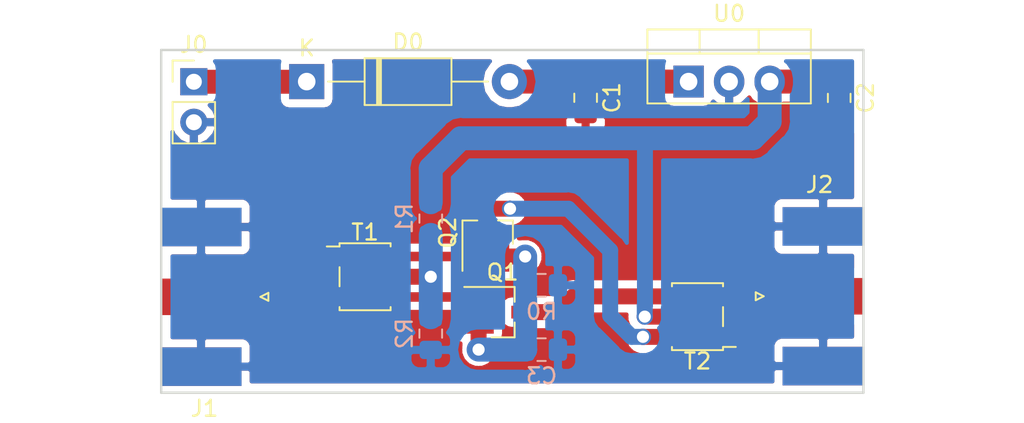
<source format=kicad_pcb>
(kicad_pcb (version 20171130) (host pcbnew "(5.0.2)-1")

  (general
    (thickness 1.6)
    (drawings 4)
    (tracks 54)
    (zones 0)
    (modules 15)
    (nets 13)
  )

  (page A4)
  (layers
    (0 F.Cu signal)
    (31 B.Cu signal)
    (32 B.Adhes user hide)
    (33 F.Adhes user hide)
    (34 B.Paste user hide)
    (35 F.Paste user hide)
    (36 B.SilkS user hide)
    (37 F.SilkS user hide)
    (38 B.Mask user hide)
    (39 F.Mask user hide)
    (40 Dwgs.User user hide)
    (41 Cmts.User user hide)
    (42 Eco1.User user hide)
    (43 Eco2.User user hide)
    (44 Edge.Cuts user)
    (45 Margin user hide)
    (46 B.CrtYd user hide)
    (47 F.CrtYd user hide)
    (48 B.Fab user)
    (49 F.Fab user)
  )

  (setup
    (last_trace_width 1)
    (user_trace_width 0.6)
    (user_trace_width 1)
    (user_trace_width 1.5)
    (trace_clearance 0.2)
    (zone_clearance 0.508)
    (zone_45_only no)
    (trace_min 0.2)
    (segment_width 0.2)
    (edge_width 0.15)
    (via_size 0.8)
    (via_drill 0.4)
    (via_min_size 0.4)
    (via_min_drill 0.3)
    (user_via 1.016 0.762)
    (uvia_size 0.3)
    (uvia_drill 0.1)
    (uvias_allowed no)
    (uvia_min_size 0.2)
    (uvia_min_drill 0.1)
    (pcb_text_width 0.3)
    (pcb_text_size 1.5 1.5)
    (mod_edge_width 0.15)
    (mod_text_size 1 1)
    (mod_text_width 0.15)
    (pad_size 1.524 1.524)
    (pad_drill 0.762)
    (pad_to_mask_clearance 0.051)
    (solder_mask_min_width 0.25)
    (aux_axis_origin 0 0)
    (visible_elements 7FFFFFFF)
    (pcbplotparams
      (layerselection 0x01000_ffffffff)
      (usegerberextensions false)
      (usegerberattributes false)
      (usegerberadvancedattributes false)
      (creategerberjobfile false)
      (excludeedgelayer true)
      (linewidth 0.100000)
      (plotframeref false)
      (viasonmask false)
      (mode 1)
      (useauxorigin false)
      (hpglpennumber 1)
      (hpglpenspeed 20)
      (hpglpendiameter 15.000000)
      (psnegative false)
      (psa4output false)
      (plotreference true)
      (plotvalue true)
      (plotinvisibletext false)
      (padsonsilk false)
      (subtractmaskfromsilk false)
      (outputformat 1)
      (mirror false)
      (drillshape 0)
      (scaleselection 1)
      (outputdirectory "C:/Users/citru/Documents/SlugSat/GitHub/schematics_pcbs/LT/Power-Amplifier/PA 2020/Pa Rev 2.0/"))
  )

  (net 0 "")
  (net 1 "Net-(C1-Pad1)")
  (net 2 GND)
  (net 3 "Net-(C2-Pad1)")
  (net 4 "Net-(C3-Pad1)")
  (net 5 "Net-(D0-Pad1)")
  (net 6 "Net-(J1-Pad1)")
  (net 7 "Net-(J2-Pad1)")
  (net 8 "Net-(Q1-Pad1)")
  (net 9 "Net-(Q1-Pad3)")
  (net 10 "Net-(Q2-Pad3)")
  (net 11 "Net-(Q2-Pad1)")
  (net 12 "Net-(R1-Pad2)")

  (net_class Default "This is the default net class."
    (clearance 0.2)
    (trace_width 0.25)
    (via_dia 0.8)
    (via_drill 0.4)
    (uvia_dia 0.3)
    (uvia_drill 0.1)
    (add_net GND)
    (add_net "Net-(C1-Pad1)")
    (add_net "Net-(C2-Pad1)")
    (add_net "Net-(C3-Pad1)")
    (add_net "Net-(D0-Pad1)")
    (add_net "Net-(J1-Pad1)")
    (add_net "Net-(J2-Pad1)")
    (add_net "Net-(Q1-Pad1)")
    (add_net "Net-(Q1-Pad3)")
    (add_net "Net-(Q2-Pad1)")
    (add_net "Net-(Q2-Pad3)")
    (add_net "Net-(R1-Pad2)")
  )

  (module PA:SMA_Molex_73251-1153_EdgeMount_Horizontal (layer F.Cu) (tedit 5E3EA3E0) (tstamp 5E57E82C)
    (at 85.75252 75.95108 180)
    (descr "Molex SMA RF Connectors, Edge Mount, (http://www.molex.com/pdm_docs/sd/732511150_sd.pdf)")
    (tags "sma edge")
    (path /5E3EA692)
    (attr smd)
    (fp_text reference J2 (at -1.5 7 180) (layer F.SilkS)
      (effects (font (size 1 1) (thickness 0.15)))
    )
    (fp_text value Output (at -1.72 -7.11 180) (layer F.Fab)
      (effects (font (size 1 1) (thickness 0.15)))
    )
    (fp_line (start -5.91 4.76) (end 0.49 4.76) (layer F.Fab) (width 0.1))
    (fp_line (start -5.91 -4.76) (end -5.91 4.76) (layer F.Fab) (width 0.1))
    (fp_line (start 0.49 -4.76) (end -5.91 -4.76) (layer F.Fab) (width 0.1))
    (fp_line (start -4.76 -3.75) (end -4.76 3.75) (layer F.Fab) (width 0.1))
    (fp_line (start -13.79 2.65) (end -5.91 2.65) (layer F.Fab) (width 0.1))
    (fp_line (start -13.79 -2.65) (end -13.79 2.65) (layer F.Fab) (width 0.1))
    (fp_line (start -13.79 -2.65) (end -5.91 -2.65) (layer F.Fab) (width 0.1))
    (fp_line (start -4.76 3.75) (end 0.49 3.75) (layer F.Fab) (width 0.1))
    (fp_line (start -4.76 -3.75) (end 0.49 -3.75) (layer F.Fab) (width 0.1))
    (fp_line (start 2.71 -6.09) (end -14.29 -6.09) (layer F.CrtYd) (width 0.05))
    (fp_line (start 2.71 -6.09) (end 2.71 6.09) (layer F.CrtYd) (width 0.05))
    (fp_line (start -14.29 6.09) (end 2.71 6.09) (layer B.CrtYd) (width 0.05))
    (fp_line (start -14.29 -6.09) (end -14.29 6.09) (layer B.CrtYd) (width 0.05))
    (fp_line (start -14.29 -6.09) (end 2.71 -6.09) (layer B.CrtYd) (width 0.05))
    (fp_line (start 2.71 -6.09) (end 2.71 6.09) (layer B.CrtYd) (width 0.05))
    (fp_line (start -14.29 6.09) (end 2.71 6.09) (layer F.CrtYd) (width 0.05))
    (fp_line (start -14.29 -6.09) (end -14.29 6.09) (layer F.CrtYd) (width 0.05))
    (fp_line (start 0.49 -4.76) (end 0.49 -3.75) (layer F.Fab) (width 0.1))
    (fp_line (start 0.49 3.75) (end 0.49 4.76) (layer F.Fab) (width 0.1))
    (fp_line (start 0.49 -0.38) (end 0.49 0.38) (layer F.Fab) (width 0.1))
    (fp_line (start -4.76 0.38) (end 0.49 0.38) (layer F.Fab) (width 0.1))
    (fp_line (start -4.76 -0.38) (end 0.49 -0.38) (layer F.Fab) (width 0.1))
    (fp_line (start 2 0) (end 2.5 -0.25) (layer F.SilkS) (width 0.12))
    (fp_line (start 2.5 -0.25) (end 2.5 0.25) (layer F.SilkS) (width 0.12))
    (fp_line (start 2.5 0.25) (end 2 0) (layer F.SilkS) (width 0.12))
    (fp_line (start 2.5 -0.25) (end 2 0) (layer F.Fab) (width 0.1))
    (fp_line (start 2 0) (end 2.5 0.25) (layer F.Fab) (width 0.1))
    (fp_line (start 2.5 0.25) (end 2.5 -0.25) (layer F.Fab) (width 0.1))
    (fp_text user %R (at -1.5 7 180) (layer F.Fab)
      (effects (font (size 1 1) (thickness 0.15)))
    )
    (pad 2 smd rect (at -1.72 4.38 180) (size 5.08 2.42) (layers B.Cu B.Paste B.Mask)
      (net 2 GND))
    (pad 2 smd rect (at -1.72 -4.38 180) (size 5.08 2.42) (layers B.Cu B.Paste B.Mask)
      (net 2 GND))
    (pad 2 smd rect (at -1.72 4.38 180) (size 5.08 2.42) (layers F.Cu F.Paste F.Mask)
      (net 2 GND))
    (pad 2 smd rect (at -1.72 -4.38 180) (size 5.08 2.42) (layers F.Cu F.Paste F.Mask)
      (net 2 GND))
    (pad 1 smd rect (at -1.72 0 180) (size 5.08 2.29) (layers F.Cu F.Paste F.Mask)
      (net 7 "Net-(J2-Pad1)"))
    (model ${KISYS3DMOD}/Connector_Coaxial.3dshapes/SMA_Molex_73251-1153_EdgeMount_Horizontal.wrl
      (at (xyz 0 0 0))
      (scale (xyz 1 1 1))
      (rotate (xyz 0 0 0))
    )
  )

  (module PA:SMA_Molex_73251-1153_EdgeMount_Horizontal (layer F.Cu) (tedit 5E3EA3E0) (tstamp 5E57D303)
    (at 50.2158 75.98664)
    (descr "Molex SMA RF Connectors, Edge Mount, (http://www.molex.com/pdm_docs/sd/732511150_sd.pdf)")
    (tags "sma edge")
    (path /5E3EA65E)
    (attr smd)
    (fp_text reference J1 (at -1.5 7) (layer F.SilkS)
      (effects (font (size 1 1) (thickness 0.15)))
    )
    (fp_text value Input (at -1.72 -7.11) (layer F.Fab)
      (effects (font (size 1 1) (thickness 0.15)))
    )
    (fp_text user %R (at -1.5 7) (layer F.Fab)
      (effects (font (size 1 1) (thickness 0.15)))
    )
    (fp_line (start 2.5 0.25) (end 2.5 -0.25) (layer F.Fab) (width 0.1))
    (fp_line (start 2 0) (end 2.5 0.25) (layer F.Fab) (width 0.1))
    (fp_line (start 2.5 -0.25) (end 2 0) (layer F.Fab) (width 0.1))
    (fp_line (start 2.5 0.25) (end 2 0) (layer F.SilkS) (width 0.12))
    (fp_line (start 2.5 -0.25) (end 2.5 0.25) (layer F.SilkS) (width 0.12))
    (fp_line (start 2 0) (end 2.5 -0.25) (layer F.SilkS) (width 0.12))
    (fp_line (start -4.76 -0.38) (end 0.49 -0.38) (layer F.Fab) (width 0.1))
    (fp_line (start -4.76 0.38) (end 0.49 0.38) (layer F.Fab) (width 0.1))
    (fp_line (start 0.49 -0.38) (end 0.49 0.38) (layer F.Fab) (width 0.1))
    (fp_line (start 0.49 3.75) (end 0.49 4.76) (layer F.Fab) (width 0.1))
    (fp_line (start 0.49 -4.76) (end 0.49 -3.75) (layer F.Fab) (width 0.1))
    (fp_line (start -14.29 -6.09) (end -14.29 6.09) (layer F.CrtYd) (width 0.05))
    (fp_line (start -14.29 6.09) (end 2.71 6.09) (layer F.CrtYd) (width 0.05))
    (fp_line (start 2.71 -6.09) (end 2.71 6.09) (layer B.CrtYd) (width 0.05))
    (fp_line (start -14.29 -6.09) (end 2.71 -6.09) (layer B.CrtYd) (width 0.05))
    (fp_line (start -14.29 -6.09) (end -14.29 6.09) (layer B.CrtYd) (width 0.05))
    (fp_line (start -14.29 6.09) (end 2.71 6.09) (layer B.CrtYd) (width 0.05))
    (fp_line (start 2.71 -6.09) (end 2.71 6.09) (layer F.CrtYd) (width 0.05))
    (fp_line (start 2.71 -6.09) (end -14.29 -6.09) (layer F.CrtYd) (width 0.05))
    (fp_line (start -4.76 -3.75) (end 0.49 -3.75) (layer F.Fab) (width 0.1))
    (fp_line (start -4.76 3.75) (end 0.49 3.75) (layer F.Fab) (width 0.1))
    (fp_line (start -13.79 -2.65) (end -5.91 -2.65) (layer F.Fab) (width 0.1))
    (fp_line (start -13.79 -2.65) (end -13.79 2.65) (layer F.Fab) (width 0.1))
    (fp_line (start -13.79 2.65) (end -5.91 2.65) (layer F.Fab) (width 0.1))
    (fp_line (start -4.76 -3.75) (end -4.76 3.75) (layer F.Fab) (width 0.1))
    (fp_line (start 0.49 -4.76) (end -5.91 -4.76) (layer F.Fab) (width 0.1))
    (fp_line (start -5.91 -4.76) (end -5.91 4.76) (layer F.Fab) (width 0.1))
    (fp_line (start -5.91 4.76) (end 0.49 4.76) (layer F.Fab) (width 0.1))
    (pad 1 smd rect (at -1.72 0) (size 5.08 2.29) (layers F.Cu F.Paste F.Mask)
      (net 6 "Net-(J1-Pad1)"))
    (pad 2 smd rect (at -1.72 -4.38) (size 5.08 2.42) (layers F.Cu F.Paste F.Mask)
      (net 2 GND))
    (pad 2 smd rect (at -1.72 4.38) (size 5.08 2.42) (layers F.Cu F.Paste F.Mask)
      (net 2 GND))
    (pad 2 smd rect (at -1.72 -4.38) (size 5.08 2.42) (layers B.Cu B.Paste B.Mask)
      (net 2 GND))
    (pad 2 smd rect (at -1.72 4.38) (size 5.08 2.42) (layers B.Cu B.Paste B.Mask)
      (net 2 GND))
    (model ${KISYS3DMOD}/Connector_Coaxial.3dshapes/SMA_Molex_73251-1153_EdgeMount_Horizontal.wrl
      (at (xyz 0 0 0))
      (scale (xyz 1 1 1))
      (rotate (xyz 0 0 0))
    )
  )

  (module Capacitor_SMD:C_0805_2012Metric_Pad1.15x1.40mm_HandSolder (layer F.Cu) (tedit 5B36C52B) (tstamp 5E57D852)
    (at 72.5932 63.5 270)
    (descr "Capacitor SMD 0805 (2012 Metric), square (rectangular) end terminal, IPC_7351 nominal with elongated pad for handsoldering. (Body size source: https://docs.google.com/spreadsheets/d/1BsfQQcO9C6DZCsRaXUlFlo91Tg2WpOkGARC1WS5S8t0/edit?usp=sharing), generated with kicad-footprint-generator")
    (tags "capacitor handsolder")
    (path /5E3EBF51)
    (attr smd)
    (fp_text reference C1 (at 0 -1.65 270) (layer F.SilkS)
      (effects (font (size 1 1) (thickness 0.15)))
    )
    (fp_text value "100 nF" (at 0 1.65 270) (layer F.Fab)
      (effects (font (size 1 1) (thickness 0.15)))
    )
    (fp_line (start -1 0.6) (end -1 -0.6) (layer F.Fab) (width 0.1))
    (fp_line (start -1 -0.6) (end 1 -0.6) (layer F.Fab) (width 0.1))
    (fp_line (start 1 -0.6) (end 1 0.6) (layer F.Fab) (width 0.1))
    (fp_line (start 1 0.6) (end -1 0.6) (layer F.Fab) (width 0.1))
    (fp_line (start -0.261252 -0.71) (end 0.261252 -0.71) (layer F.SilkS) (width 0.12))
    (fp_line (start -0.261252 0.71) (end 0.261252 0.71) (layer F.SilkS) (width 0.12))
    (fp_line (start -1.85 0.95) (end -1.85 -0.95) (layer F.CrtYd) (width 0.05))
    (fp_line (start -1.85 -0.95) (end 1.85 -0.95) (layer F.CrtYd) (width 0.05))
    (fp_line (start 1.85 -0.95) (end 1.85 0.95) (layer F.CrtYd) (width 0.05))
    (fp_line (start 1.85 0.95) (end -1.85 0.95) (layer F.CrtYd) (width 0.05))
    (fp_text user %R (at 0 0 270) (layer F.Fab)
      (effects (font (size 0.5 0.5) (thickness 0.08)))
    )
    (pad 1 smd roundrect (at -1.025 0 270) (size 1.15 1.4) (layers F.Cu F.Paste F.Mask) (roundrect_rratio 0.217391)
      (net 1 "Net-(C1-Pad1)"))
    (pad 2 smd roundrect (at 1.025 0 270) (size 1.15 1.4) (layers F.Cu F.Paste F.Mask) (roundrect_rratio 0.217391)
      (net 2 GND))
    (model ${KISYS3DMOD}/Capacitor_SMD.3dshapes/C_0805_2012Metric.wrl
      (at (xyz 0 0 0))
      (scale (xyz 1 1 1))
      (rotate (xyz 0 0 0))
    )
  )

  (module Capacitor_SMD:C_0805_2012Metric_Pad1.15x1.40mm_HandSolder (layer F.Cu) (tedit 5B36C52B) (tstamp 5E57DB7E)
    (at 88.48344 63.509 270)
    (descr "Capacitor SMD 0805 (2012 Metric), square (rectangular) end terminal, IPC_7351 nominal with elongated pad for handsoldering. (Body size source: https://docs.google.com/spreadsheets/d/1BsfQQcO9C6DZCsRaXUlFlo91Tg2WpOkGARC1WS5S8t0/edit?usp=sharing), generated with kicad-footprint-generator")
    (tags "capacitor handsolder")
    (path /5E3EBFD1)
    (attr smd)
    (fp_text reference C2 (at 0 -1.65 270) (layer F.SilkS)
      (effects (font (size 1 1) (thickness 0.15)))
    )
    (fp_text value "100 nF" (at 0 1.65 270) (layer F.Fab)
      (effects (font (size 1 1) (thickness 0.15)))
    )
    (fp_text user %R (at 0 0 270) (layer F.Fab)
      (effects (font (size 0.5 0.5) (thickness 0.08)))
    )
    (fp_line (start 1.85 0.95) (end -1.85 0.95) (layer F.CrtYd) (width 0.05))
    (fp_line (start 1.85 -0.95) (end 1.85 0.95) (layer F.CrtYd) (width 0.05))
    (fp_line (start -1.85 -0.95) (end 1.85 -0.95) (layer F.CrtYd) (width 0.05))
    (fp_line (start -1.85 0.95) (end -1.85 -0.95) (layer F.CrtYd) (width 0.05))
    (fp_line (start -0.261252 0.71) (end 0.261252 0.71) (layer F.SilkS) (width 0.12))
    (fp_line (start -0.261252 -0.71) (end 0.261252 -0.71) (layer F.SilkS) (width 0.12))
    (fp_line (start 1 0.6) (end -1 0.6) (layer F.Fab) (width 0.1))
    (fp_line (start 1 -0.6) (end 1 0.6) (layer F.Fab) (width 0.1))
    (fp_line (start -1 -0.6) (end 1 -0.6) (layer F.Fab) (width 0.1))
    (fp_line (start -1 0.6) (end -1 -0.6) (layer F.Fab) (width 0.1))
    (pad 2 smd roundrect (at 1.025 0 270) (size 1.15 1.4) (layers F.Cu F.Paste F.Mask) (roundrect_rratio 0.217391)
      (net 2 GND))
    (pad 1 smd roundrect (at -1.025 0 270) (size 1.15 1.4) (layers F.Cu F.Paste F.Mask) (roundrect_rratio 0.217391)
      (net 3 "Net-(C2-Pad1)"))
    (model ${KISYS3DMOD}/Capacitor_SMD.3dshapes/C_0805_2012Metric.wrl
      (at (xyz 0 0 0))
      (scale (xyz 1 1 1))
      (rotate (xyz 0 0 0))
    )
  )

  (module Capacitor_SMD:C_0805_2012Metric_Pad1.15x1.40mm_HandSolder (layer B.Cu) (tedit 5B36C52B) (tstamp 5E4B34E4)
    (at 69.8336 79.2988)
    (descr "Capacitor SMD 0805 (2012 Metric), square (rectangular) end terminal, IPC_7351 nominal with elongated pad for handsoldering. (Body size source: https://docs.google.com/spreadsheets/d/1BsfQQcO9C6DZCsRaXUlFlo91Tg2WpOkGARC1WS5S8t0/edit?usp=sharing), generated with kicad-footprint-generator")
    (tags "capacitor handsolder")
    (path /5E3F15C2)
    (attr smd)
    (fp_text reference C3 (at 0 1.65) (layer B.SilkS)
      (effects (font (size 1 1) (thickness 0.15)) (justify mirror))
    )
    (fp_text value "100 nF" (at 0 -1.65) (layer B.Fab)
      (effects (font (size 1 1) (thickness 0.15)) (justify mirror))
    )
    (fp_line (start -1 -0.6) (end -1 0.6) (layer B.Fab) (width 0.1))
    (fp_line (start -1 0.6) (end 1 0.6) (layer B.Fab) (width 0.1))
    (fp_line (start 1 0.6) (end 1 -0.6) (layer B.Fab) (width 0.1))
    (fp_line (start 1 -0.6) (end -1 -0.6) (layer B.Fab) (width 0.1))
    (fp_line (start -0.261252 0.71) (end 0.261252 0.71) (layer B.SilkS) (width 0.12))
    (fp_line (start -0.261252 -0.71) (end 0.261252 -0.71) (layer B.SilkS) (width 0.12))
    (fp_line (start -1.85 -0.95) (end -1.85 0.95) (layer B.CrtYd) (width 0.05))
    (fp_line (start -1.85 0.95) (end 1.85 0.95) (layer B.CrtYd) (width 0.05))
    (fp_line (start 1.85 0.95) (end 1.85 -0.95) (layer B.CrtYd) (width 0.05))
    (fp_line (start 1.85 -0.95) (end -1.85 -0.95) (layer B.CrtYd) (width 0.05))
    (fp_text user %R (at 0 0) (layer B.Fab)
      (effects (font (size 0.5 0.5) (thickness 0.08)) (justify mirror))
    )
    (pad 1 smd roundrect (at -1.025 0) (size 1.15 1.4) (layers B.Cu B.Paste B.Mask) (roundrect_rratio 0.217391)
      (net 4 "Net-(C3-Pad1)"))
    (pad 2 smd roundrect (at 1.025 0) (size 1.15 1.4) (layers B.Cu B.Paste B.Mask) (roundrect_rratio 0.217391)
      (net 2 GND))
    (model ${KISYS3DMOD}/Capacitor_SMD.3dshapes/C_0805_2012Metric.wrl
      (at (xyz 0 0 0))
      (scale (xyz 1 1 1))
      (rotate (xyz 0 0 0))
    )
  )

  (module Diode_THT:D_DO-41_SOD81_P12.70mm_Horizontal (layer F.Cu) (tedit 5AE50CD5) (tstamp 5E57D50C)
    (at 55.118 62.484)
    (descr "Diode, DO-41_SOD81 series, Axial, Horizontal, pin pitch=12.7mm, , length*diameter=5.2*2.7mm^2, , http://www.diodes.com/_files/packages/DO-41%20(Plastic).pdf")
    (tags "Diode DO-41_SOD81 series Axial Horizontal pin pitch 12.7mm  length 5.2mm diameter 2.7mm")
    (path /5E3F08E6)
    (fp_text reference D0 (at 6.35 -2.47) (layer F.SilkS)
      (effects (font (size 1 1) (thickness 0.15)))
    )
    (fp_text value 1N4001 (at 6.35 2.47) (layer F.Fab)
      (effects (font (size 1 1) (thickness 0.15)))
    )
    (fp_line (start 3.75 -1.35) (end 3.75 1.35) (layer F.Fab) (width 0.1))
    (fp_line (start 3.75 1.35) (end 8.95 1.35) (layer F.Fab) (width 0.1))
    (fp_line (start 8.95 1.35) (end 8.95 -1.35) (layer F.Fab) (width 0.1))
    (fp_line (start 8.95 -1.35) (end 3.75 -1.35) (layer F.Fab) (width 0.1))
    (fp_line (start 0 0) (end 3.75 0) (layer F.Fab) (width 0.1))
    (fp_line (start 12.7 0) (end 8.95 0) (layer F.Fab) (width 0.1))
    (fp_line (start 4.53 -1.35) (end 4.53 1.35) (layer F.Fab) (width 0.1))
    (fp_line (start 4.63 -1.35) (end 4.63 1.35) (layer F.Fab) (width 0.1))
    (fp_line (start 4.43 -1.35) (end 4.43 1.35) (layer F.Fab) (width 0.1))
    (fp_line (start 3.63 -1.47) (end 3.63 1.47) (layer F.SilkS) (width 0.12))
    (fp_line (start 3.63 1.47) (end 9.07 1.47) (layer F.SilkS) (width 0.12))
    (fp_line (start 9.07 1.47) (end 9.07 -1.47) (layer F.SilkS) (width 0.12))
    (fp_line (start 9.07 -1.47) (end 3.63 -1.47) (layer F.SilkS) (width 0.12))
    (fp_line (start 1.34 0) (end 3.63 0) (layer F.SilkS) (width 0.12))
    (fp_line (start 11.36 0) (end 9.07 0) (layer F.SilkS) (width 0.12))
    (fp_line (start 4.53 -1.47) (end 4.53 1.47) (layer F.SilkS) (width 0.12))
    (fp_line (start 4.65 -1.47) (end 4.65 1.47) (layer F.SilkS) (width 0.12))
    (fp_line (start 4.41 -1.47) (end 4.41 1.47) (layer F.SilkS) (width 0.12))
    (fp_line (start -1.35 -1.6) (end -1.35 1.6) (layer F.CrtYd) (width 0.05))
    (fp_line (start -1.35 1.6) (end 14.05 1.6) (layer F.CrtYd) (width 0.05))
    (fp_line (start 14.05 1.6) (end 14.05 -1.6) (layer F.CrtYd) (width 0.05))
    (fp_line (start 14.05 -1.6) (end -1.35 -1.6) (layer F.CrtYd) (width 0.05))
    (fp_text user %R (at 6.74 0) (layer F.Fab)
      (effects (font (size 1 1) (thickness 0.15)))
    )
    (fp_text user K (at 0 -2.1) (layer F.Fab)
      (effects (font (size 1 1) (thickness 0.15)))
    )
    (fp_text user K (at 0 -2.1) (layer F.SilkS)
      (effects (font (size 1 1) (thickness 0.15)))
    )
    (pad 1 thru_hole rect (at 0 0) (size 2.2 2.2) (drill 1.1) (layers *.Cu *.Mask)
      (net 5 "Net-(D0-Pad1)"))
    (pad 2 thru_hole oval (at 12.7 0) (size 2.2 2.2) (drill 1.1) (layers *.Cu *.Mask)
      (net 1 "Net-(C1-Pad1)"))
    (model ${KISYS3DMOD}/Diode_THT.3dshapes/D_DO-41_SOD81_P12.70mm_Horizontal.wrl
      (at (xyz 0 0 0))
      (scale (xyz 1 1 1))
      (rotate (xyz 0 0 0))
    )
  )

  (module Connector_PinHeader_2.54mm:PinHeader_1x02_P2.54mm_Vertical (layer F.Cu) (tedit 59FED5CC) (tstamp 5E57D5F9)
    (at 48.04664 62.49416)
    (descr "Through hole straight pin header, 1x02, 2.54mm pitch, single row")
    (tags "Through hole pin header THT 1x02 2.54mm single row")
    (path /5E3E9B29)
    (fp_text reference J0 (at 0 -2.33) (layer F.SilkS)
      (effects (font (size 1 1) (thickness 0.15)))
    )
    (fp_text value Power (at 0 4.87) (layer F.Fab)
      (effects (font (size 1 1) (thickness 0.15)))
    )
    (fp_line (start -0.635 -1.27) (end 1.27 -1.27) (layer F.Fab) (width 0.1))
    (fp_line (start 1.27 -1.27) (end 1.27 3.81) (layer F.Fab) (width 0.1))
    (fp_line (start 1.27 3.81) (end -1.27 3.81) (layer F.Fab) (width 0.1))
    (fp_line (start -1.27 3.81) (end -1.27 -0.635) (layer F.Fab) (width 0.1))
    (fp_line (start -1.27 -0.635) (end -0.635 -1.27) (layer F.Fab) (width 0.1))
    (fp_line (start -1.33 3.87) (end 1.33 3.87) (layer F.SilkS) (width 0.12))
    (fp_line (start -1.33 1.27) (end -1.33 3.87) (layer F.SilkS) (width 0.12))
    (fp_line (start 1.33 1.27) (end 1.33 3.87) (layer F.SilkS) (width 0.12))
    (fp_line (start -1.33 1.27) (end 1.33 1.27) (layer F.SilkS) (width 0.12))
    (fp_line (start -1.33 0) (end -1.33 -1.33) (layer F.SilkS) (width 0.12))
    (fp_line (start -1.33 -1.33) (end 0 -1.33) (layer F.SilkS) (width 0.12))
    (fp_line (start -1.8 -1.8) (end -1.8 4.35) (layer F.CrtYd) (width 0.05))
    (fp_line (start -1.8 4.35) (end 1.8 4.35) (layer F.CrtYd) (width 0.05))
    (fp_line (start 1.8 4.35) (end 1.8 -1.8) (layer F.CrtYd) (width 0.05))
    (fp_line (start 1.8 -1.8) (end -1.8 -1.8) (layer F.CrtYd) (width 0.05))
    (fp_text user %R (at 0 1.27 90) (layer F.Fab)
      (effects (font (size 1 1) (thickness 0.15)))
    )
    (pad 1 thru_hole rect (at 0 0) (size 1.7 1.7) (drill 1) (layers *.Cu *.Mask)
      (net 5 "Net-(D0-Pad1)"))
    (pad 2 thru_hole oval (at 0 2.54) (size 1.7 1.7) (drill 1) (layers *.Cu *.Mask)
      (net 2 GND))
    (model ${KISYS3DMOD}/Connector_PinHeader_2.54mm.3dshapes/PinHeader_1x02_P2.54mm_Vertical.wrl
      (at (xyz 0 0 0))
      (scale (xyz 1 1 1))
      (rotate (xyz 0 0 0))
    )
  )

  (module Package_TO_SOT_SMD:SOT-23_Handsoldering (layer F.Cu) (tedit 5A0AB76C) (tstamp 5E57DF26)
    (at 67.3876 76.9468)
    (descr "SOT-23, Handsoldering")
    (tags SOT-23)
    (path /5E3E9CB2)
    (attr smd)
    (fp_text reference Q1 (at 0 -2.5) (layer F.SilkS)
      (effects (font (size 1 1) (thickness 0.15)))
    )
    (fp_text value MMBT3904 (at 0 2.5) (layer F.Fab)
      (effects (font (size 1 1) (thickness 0.15)))
    )
    (fp_text user %R (at 0 0 90) (layer F.Fab)
      (effects (font (size 0.5 0.5) (thickness 0.075)))
    )
    (fp_line (start 0.76 1.58) (end 0.76 0.65) (layer F.SilkS) (width 0.12))
    (fp_line (start 0.76 -1.58) (end 0.76 -0.65) (layer F.SilkS) (width 0.12))
    (fp_line (start -2.7 -1.75) (end 2.7 -1.75) (layer F.CrtYd) (width 0.05))
    (fp_line (start 2.7 -1.75) (end 2.7 1.75) (layer F.CrtYd) (width 0.05))
    (fp_line (start 2.7 1.75) (end -2.7 1.75) (layer F.CrtYd) (width 0.05))
    (fp_line (start -2.7 1.75) (end -2.7 -1.75) (layer F.CrtYd) (width 0.05))
    (fp_line (start 0.76 -1.58) (end -2.4 -1.58) (layer F.SilkS) (width 0.12))
    (fp_line (start -0.7 -0.95) (end -0.7 1.5) (layer F.Fab) (width 0.1))
    (fp_line (start -0.15 -1.52) (end 0.7 -1.52) (layer F.Fab) (width 0.1))
    (fp_line (start -0.7 -0.95) (end -0.15 -1.52) (layer F.Fab) (width 0.1))
    (fp_line (start 0.7 -1.52) (end 0.7 1.52) (layer F.Fab) (width 0.1))
    (fp_line (start -0.7 1.52) (end 0.7 1.52) (layer F.Fab) (width 0.1))
    (fp_line (start 0.76 1.58) (end -0.7 1.58) (layer F.SilkS) (width 0.12))
    (pad 1 smd rect (at -1.5 -0.95) (size 1.9 0.8) (layers F.Cu F.Paste F.Mask)
      (net 8 "Net-(Q1-Pad1)"))
    (pad 2 smd rect (at -1.5 0.95) (size 1.9 0.8) (layers F.Cu F.Paste F.Mask)
      (net 4 "Net-(C3-Pad1)"))
    (pad 3 smd rect (at 1.5 0) (size 1.9 0.8) (layers F.Cu F.Paste F.Mask)
      (net 9 "Net-(Q1-Pad3)"))
    (model ${KISYS3DMOD}/Package_TO_SOT_SMD.3dshapes/SOT-23.wrl
      (at (xyz 0 0 0))
      (scale (xyz 1 1 1))
      (rotate (xyz 0 0 0))
    )
  )

  (module Package_TO_SOT_SMD:SOT-23_Handsoldering (layer F.Cu) (tedit 5A0AB76C) (tstamp 5E57E3B5)
    (at 66.4566 71.9568 90)
    (descr "SOT-23, Handsoldering")
    (tags SOT-23)
    (path /5E3E9D83)
    (attr smd)
    (fp_text reference Q2 (at 0 -2.5 90) (layer F.SilkS)
      (effects (font (size 1 1) (thickness 0.15)))
    )
    (fp_text value MMBT3906 (at 0 2.5 90) (layer F.Fab)
      (effects (font (size 1 1) (thickness 0.15)))
    )
    (fp_line (start 0.76 1.58) (end -0.7 1.58) (layer F.SilkS) (width 0.12))
    (fp_line (start -0.7 1.52) (end 0.7 1.52) (layer F.Fab) (width 0.1))
    (fp_line (start 0.7 -1.52) (end 0.7 1.52) (layer F.Fab) (width 0.1))
    (fp_line (start -0.7 -0.95) (end -0.15 -1.52) (layer F.Fab) (width 0.1))
    (fp_line (start -0.15 -1.52) (end 0.7 -1.52) (layer F.Fab) (width 0.1))
    (fp_line (start -0.7 -0.95) (end -0.7 1.5) (layer F.Fab) (width 0.1))
    (fp_line (start 0.76 -1.58) (end -2.4 -1.58) (layer F.SilkS) (width 0.12))
    (fp_line (start -2.7 1.75) (end -2.7 -1.75) (layer F.CrtYd) (width 0.05))
    (fp_line (start 2.7 1.75) (end -2.7 1.75) (layer F.CrtYd) (width 0.05))
    (fp_line (start 2.7 -1.75) (end 2.7 1.75) (layer F.CrtYd) (width 0.05))
    (fp_line (start -2.7 -1.75) (end 2.7 -1.75) (layer F.CrtYd) (width 0.05))
    (fp_line (start 0.76 -1.58) (end 0.76 -0.65) (layer F.SilkS) (width 0.12))
    (fp_line (start 0.76 1.58) (end 0.76 0.65) (layer F.SilkS) (width 0.12))
    (fp_text user %R (at 0 0 180) (layer F.Fab)
      (effects (font (size 0.5 0.5) (thickness 0.075)))
    )
    (pad 3 smd rect (at 1.5 0 90) (size 1.9 0.8) (layers F.Cu F.Paste F.Mask)
      (net 10 "Net-(Q2-Pad3)"))
    (pad 2 smd rect (at -1.5 0.95 90) (size 1.9 0.8) (layers F.Cu F.Paste F.Mask)
      (net 4 "Net-(C3-Pad1)"))
    (pad 1 smd rect (at -1.5 -0.95 90) (size 1.9 0.8) (layers F.Cu F.Paste F.Mask)
      (net 11 "Net-(Q2-Pad1)"))
    (model ${KISYS3DMOD}/Package_TO_SOT_SMD.3dshapes/SOT-23.wrl
      (at (xyz 0 0 0))
      (scale (xyz 1 1 1))
      (rotate (xyz 0 0 0))
    )
  )

  (module Resistor_SMD:R_0805_2012Metric_Pad1.15x1.40mm_HandSolder (layer B.Cu) (tedit 5B36C52B) (tstamp 5E4B35AC)
    (at 69.8336 75.2602)
    (descr "Resistor SMD 0805 (2012 Metric), square (rectangular) end terminal, IPC_7351 nominal with elongated pad for handsoldering. (Body size source: https://docs.google.com/spreadsheets/d/1BsfQQcO9C6DZCsRaXUlFlo91Tg2WpOkGARC1WS5S8t0/edit?usp=sharing), generated with kicad-footprint-generator")
    (tags "resistor handsolder")
    (path /5E3EC461)
    (attr smd)
    (fp_text reference R0 (at 0 1.65) (layer B.SilkS)
      (effects (font (size 1 1) (thickness 0.15)) (justify mirror))
    )
    (fp_text value "47 Ohms" (at 0 -1.65) (layer B.Fab)
      (effects (font (size 1 1) (thickness 0.15)) (justify mirror))
    )
    (fp_line (start -1 -0.6) (end -1 0.6) (layer B.Fab) (width 0.1))
    (fp_line (start -1 0.6) (end 1 0.6) (layer B.Fab) (width 0.1))
    (fp_line (start 1 0.6) (end 1 -0.6) (layer B.Fab) (width 0.1))
    (fp_line (start 1 -0.6) (end -1 -0.6) (layer B.Fab) (width 0.1))
    (fp_line (start -0.261252 0.71) (end 0.261252 0.71) (layer B.SilkS) (width 0.12))
    (fp_line (start -0.261252 -0.71) (end 0.261252 -0.71) (layer B.SilkS) (width 0.12))
    (fp_line (start -1.85 -0.95) (end -1.85 0.95) (layer B.CrtYd) (width 0.05))
    (fp_line (start -1.85 0.95) (end 1.85 0.95) (layer B.CrtYd) (width 0.05))
    (fp_line (start 1.85 0.95) (end 1.85 -0.95) (layer B.CrtYd) (width 0.05))
    (fp_line (start 1.85 -0.95) (end -1.85 -0.95) (layer B.CrtYd) (width 0.05))
    (fp_text user %R (at 0 0) (layer B.Fab)
      (effects (font (size 0.5 0.5) (thickness 0.08)) (justify mirror))
    )
    (pad 1 smd roundrect (at -1.025 0) (size 1.15 1.4) (layers B.Cu B.Paste B.Mask) (roundrect_rratio 0.217391)
      (net 4 "Net-(C3-Pad1)"))
    (pad 2 smd roundrect (at 1.025 0) (size 1.15 1.4) (layers B.Cu B.Paste B.Mask) (roundrect_rratio 0.217391)
      (net 2 GND))
    (model ${KISYS3DMOD}/Resistor_SMD.3dshapes/R_0805_2012Metric.wrl
      (at (xyz 0 0 0))
      (scale (xyz 1 1 1))
      (rotate (xyz 0 0 0))
    )
  )

  (module Resistor_SMD:R_0805_2012Metric_Pad1.15x1.40mm_HandSolder (layer B.Cu) (tedit 5B36C52B) (tstamp 5E57DE67)
    (at 62.8904 71.0782 270)
    (descr "Resistor SMD 0805 (2012 Metric), square (rectangular) end terminal, IPC_7351 nominal with elongated pad for handsoldering. (Body size source: https://docs.google.com/spreadsheets/d/1BsfQQcO9C6DZCsRaXUlFlo91Tg2WpOkGARC1WS5S8t0/edit?usp=sharing), generated with kicad-footprint-generator")
    (tags "resistor handsolder")
    (path /5E3EABA7)
    (attr smd)
    (fp_text reference R1 (at 0 1.65 270) (layer B.SilkS)
      (effects (font (size 1 1) (thickness 0.15)) (justify mirror))
    )
    (fp_text value "4.7k Ohms" (at 0 -1.65 270) (layer B.Fab)
      (effects (font (size 1 1) (thickness 0.15)) (justify mirror))
    )
    (fp_text user %R (at 0 0 270) (layer B.Fab)
      (effects (font (size 0.5 0.5) (thickness 0.08)) (justify mirror))
    )
    (fp_line (start 1.85 -0.95) (end -1.85 -0.95) (layer B.CrtYd) (width 0.05))
    (fp_line (start 1.85 0.95) (end 1.85 -0.95) (layer B.CrtYd) (width 0.05))
    (fp_line (start -1.85 0.95) (end 1.85 0.95) (layer B.CrtYd) (width 0.05))
    (fp_line (start -1.85 -0.95) (end -1.85 0.95) (layer B.CrtYd) (width 0.05))
    (fp_line (start -0.261252 -0.71) (end 0.261252 -0.71) (layer B.SilkS) (width 0.12))
    (fp_line (start -0.261252 0.71) (end 0.261252 0.71) (layer B.SilkS) (width 0.12))
    (fp_line (start 1 -0.6) (end -1 -0.6) (layer B.Fab) (width 0.1))
    (fp_line (start 1 0.6) (end 1 -0.6) (layer B.Fab) (width 0.1))
    (fp_line (start -1 0.6) (end 1 0.6) (layer B.Fab) (width 0.1))
    (fp_line (start -1 -0.6) (end -1 0.6) (layer B.Fab) (width 0.1))
    (pad 2 smd roundrect (at 1.025 0 270) (size 1.15 1.4) (layers B.Cu B.Paste B.Mask) (roundrect_rratio 0.217391)
      (net 12 "Net-(R1-Pad2)"))
    (pad 1 smd roundrect (at -1.025 0 270) (size 1.15 1.4) (layers B.Cu B.Paste B.Mask) (roundrect_rratio 0.217391)
      (net 3 "Net-(C2-Pad1)"))
    (model ${KISYS3DMOD}/Resistor_SMD.3dshapes/R_0805_2012Metric.wrl
      (at (xyz 0 0 0))
      (scale (xyz 1 1 1))
      (rotate (xyz 0 0 0))
    )
  )

  (module Resistor_SMD:R_0805_2012Metric_Pad1.15x1.40mm_HandSolder (layer B.Cu) (tedit 5B36C52B) (tstamp 5E4B35CE)
    (at 62.8904 78.2918 270)
    (descr "Resistor SMD 0805 (2012 Metric), square (rectangular) end terminal, IPC_7351 nominal with elongated pad for handsoldering. (Body size source: https://docs.google.com/spreadsheets/d/1BsfQQcO9C6DZCsRaXUlFlo91Tg2WpOkGARC1WS5S8t0/edit?usp=sharing), generated with kicad-footprint-generator")
    (tags "resistor handsolder")
    (path /5E3EA2C9)
    (attr smd)
    (fp_text reference R2 (at 0 1.65 270) (layer B.SilkS)
      (effects (font (size 1 1) (thickness 0.15)) (justify mirror))
    )
    (fp_text value "3.3k Ohms" (at 0 -1.65 270) (layer B.Fab)
      (effects (font (size 1 1) (thickness 0.15)) (justify mirror))
    )
    (fp_line (start -1 -0.6) (end -1 0.6) (layer B.Fab) (width 0.1))
    (fp_line (start -1 0.6) (end 1 0.6) (layer B.Fab) (width 0.1))
    (fp_line (start 1 0.6) (end 1 -0.6) (layer B.Fab) (width 0.1))
    (fp_line (start 1 -0.6) (end -1 -0.6) (layer B.Fab) (width 0.1))
    (fp_line (start -0.261252 0.71) (end 0.261252 0.71) (layer B.SilkS) (width 0.12))
    (fp_line (start -0.261252 -0.71) (end 0.261252 -0.71) (layer B.SilkS) (width 0.12))
    (fp_line (start -1.85 -0.95) (end -1.85 0.95) (layer B.CrtYd) (width 0.05))
    (fp_line (start -1.85 0.95) (end 1.85 0.95) (layer B.CrtYd) (width 0.05))
    (fp_line (start 1.85 0.95) (end 1.85 -0.95) (layer B.CrtYd) (width 0.05))
    (fp_line (start 1.85 -0.95) (end -1.85 -0.95) (layer B.CrtYd) (width 0.05))
    (fp_text user %R (at 0 0 270) (layer B.Fab)
      (effects (font (size 0.5 0.5) (thickness 0.08)) (justify mirror))
    )
    (pad 1 smd roundrect (at -1.025 0 270) (size 1.15 1.4) (layers B.Cu B.Paste B.Mask) (roundrect_rratio 0.217391)
      (net 12 "Net-(R1-Pad2)"))
    (pad 2 smd roundrect (at 1.025 0 270) (size 1.15 1.4) (layers B.Cu B.Paste B.Mask) (roundrect_rratio 0.217391)
      (net 2 GND))
    (model ${KISYS3DMOD}/Resistor_SMD.3dshapes/R_0805_2012Metric.wrl
      (at (xyz 0 0 0))
      (scale (xyz 1 1 1))
      (rotate (xyz 0 0 0))
    )
  )

  (module Transformer_SMD:Transformer_MACOM_SM-22 (layer F.Cu) (tedit 5B0BC2F5) (tstamp 5E4B35E9)
    (at 58.7756 74.7268)
    (descr https://cdn.macom.com/datasheets/ETC1-1-13.pdf)
    (tags "RF Transformer")
    (path /5E3F025E)
    (attr smd)
    (fp_text reference T1 (at 0 -2.794) (layer F.SilkS)
      (effects (font (size 1 1) (thickness 0.15)))
    )
    (fp_text value RF_Xformer (at 0 2.794) (layer F.Fab)
      (effects (font (size 1 1) (thickness 0.15)))
    )
    (fp_line (start 1.6 2.1) (end 1.6 1.9) (layer F.SilkS) (width 0.12))
    (fp_line (start -1.6 2.1) (end 1.6 2.1) (layer F.SilkS) (width 0.12))
    (fp_line (start -1.6 1.9) (end -1.6 2.1) (layer F.SilkS) (width 0.12))
    (fp_line (start -1.6 -0.6) (end -1.6 0.6) (layer F.SilkS) (width 0.12))
    (fp_line (start -1.6 -1.9) (end -2.4 -1.9) (layer F.SilkS) (width 0.12))
    (fp_line (start -1.6 -2.1) (end -1.6 -1.9) (layer F.SilkS) (width 0.12))
    (fp_line (start 1.6 -2.1) (end -1.6 -2.1) (layer F.SilkS) (width 0.12))
    (fp_line (start 1.6 -1.9) (end 1.6 -2.1) (layer F.SilkS) (width 0.12))
    (fp_line (start -0.6975 -1.915) (end 1.395 -1.915) (layer F.Fab) (width 0.1))
    (fp_line (start 1.395 -1.915) (end 1.395 1.915) (layer F.Fab) (width 0.1))
    (fp_line (start 1.395 1.915) (end -1.395 1.915) (layer F.Fab) (width 0.1))
    (fp_line (start -1.395 1.915) (end -1.395 -1.2175) (layer F.Fab) (width 0.1))
    (fp_line (start -1.395 -1.2175) (end -0.6975 -1.915) (layer F.Fab) (width 0.1))
    (fp_line (start -2.67 -2.17) (end 2.67 -2.17) (layer F.CrtYd) (width 0.05))
    (fp_line (start 2.67 -2.17) (end 2.67 2.17) (layer F.CrtYd) (width 0.05))
    (fp_line (start 2.67 2.17) (end -2.67 2.17) (layer F.CrtYd) (width 0.05))
    (fp_line (start -2.67 2.17) (end -2.67 -2.17) (layer F.CrtYd) (width 0.05))
    (fp_text user %R (at 0 0) (layer F.Fab)
      (effects (font (size 0.6 0.6) (thickness 0.09)))
    )
    (pad 1 smd rect (at -1.715 -1.27) (size 1.4 0.76) (layers F.Cu F.Paste F.Mask)
      (net 2 GND))
    (pad 2 smd rect (at -1.715 1.27) (size 1.4 0.76) (layers F.Cu F.Paste F.Mask)
      (net 6 "Net-(J1-Pad1)"))
    (pad 3 smd rect (at 1.715 1.27) (size 1.4 0.76) (layers F.Cu F.Paste F.Mask)
      (net 8 "Net-(Q1-Pad1)"))
    (pad 4 smd rect (at 1.715 0) (size 1.4 0.76) (layers F.Cu F.Paste F.Mask)
      (net 12 "Net-(R1-Pad2)"))
    (pad 5 smd rect (at 1.715 -1.27) (size 1.4 0.76) (layers F.Cu F.Paste F.Mask)
      (net 11 "Net-(Q2-Pad1)"))
    (model ${KISYS3DMOD}/Transformer_SMD.3dshapes/Transformer_MACOM_SM-22.wrl
      (at (xyz 0 0 0))
      (scale (xyz 1 1 1))
      (rotate (xyz 0 0 0))
    )
  )

  (module Transformer_SMD:Transformer_MACOM_SM-22 (layer F.Cu) (tedit 5B0BC2F5) (tstamp 5E4B3604)
    (at 79.6036 77.2287 180)
    (descr https://cdn.macom.com/datasheets/ETC1-1-13.pdf)
    (tags "RF Transformer")
    (path /5E3F02CC)
    (attr smd)
    (fp_text reference T2 (at 0 -2.794 180) (layer F.SilkS)
      (effects (font (size 1 1) (thickness 0.15)))
    )
    (fp_text value RF_Xformer (at 0 2.794 180) (layer F.Fab)
      (effects (font (size 1 1) (thickness 0.15)))
    )
    (fp_text user %R (at 0.1016 0.3302 180) (layer F.Fab)
      (effects (font (size 0.6 0.6) (thickness 0.09)))
    )
    (fp_line (start -2.67 2.17) (end -2.67 -2.17) (layer F.CrtYd) (width 0.05))
    (fp_line (start 2.67 2.17) (end -2.67 2.17) (layer F.CrtYd) (width 0.05))
    (fp_line (start 2.67 -2.17) (end 2.67 2.17) (layer F.CrtYd) (width 0.05))
    (fp_line (start -2.67 -2.17) (end 2.67 -2.17) (layer F.CrtYd) (width 0.05))
    (fp_line (start -1.395 -1.2175) (end -0.6975 -1.915) (layer F.Fab) (width 0.1))
    (fp_line (start -1.395 1.915) (end -1.395 -1.2175) (layer F.Fab) (width 0.1))
    (fp_line (start 1.395 1.915) (end -1.395 1.915) (layer F.Fab) (width 0.1))
    (fp_line (start 1.395 -1.915) (end 1.395 1.915) (layer F.Fab) (width 0.1))
    (fp_line (start -0.6975 -1.915) (end 1.395 -1.915) (layer F.Fab) (width 0.1))
    (fp_line (start 1.6 -1.9) (end 1.6 -2.1) (layer F.SilkS) (width 0.12))
    (fp_line (start 1.6 -2.1) (end -1.6 -2.1) (layer F.SilkS) (width 0.12))
    (fp_line (start -1.6 -2.1) (end -1.6 -1.9) (layer F.SilkS) (width 0.12))
    (fp_line (start -1.6 -1.9) (end -2.4 -1.9) (layer F.SilkS) (width 0.12))
    (fp_line (start -1.6 -0.6) (end -1.6 0.6) (layer F.SilkS) (width 0.12))
    (fp_line (start -1.6 1.9) (end -1.6 2.1) (layer F.SilkS) (width 0.12))
    (fp_line (start -1.6 2.1) (end 1.6 2.1) (layer F.SilkS) (width 0.12))
    (fp_line (start 1.6 2.1) (end 1.6 1.9) (layer F.SilkS) (width 0.12))
    (pad 5 smd rect (at 1.715 -1.27 180) (size 1.4 0.76) (layers F.Cu F.Paste F.Mask)
      (net 10 "Net-(Q2-Pad3)"))
    (pad 4 smd rect (at 1.715 0 180) (size 1.4 0.76) (layers F.Cu F.Paste F.Mask)
      (net 3 "Net-(C2-Pad1)"))
    (pad 3 smd rect (at 1.715 1.27 180) (size 1.4 0.76) (layers F.Cu F.Paste F.Mask)
      (net 9 "Net-(Q1-Pad3)"))
    (pad 2 smd rect (at -1.715 1.27 180) (size 1.4 0.76) (layers F.Cu F.Paste F.Mask)
      (net 7 "Net-(J2-Pad1)"))
    (pad 1 smd rect (at -1.715 -1.27 180) (size 1.4 0.76) (layers F.Cu F.Paste F.Mask)
      (net 2 GND))
    (model ${KISYS3DMOD}/Transformer_SMD.3dshapes/Transformer_MACOM_SM-22.wrl
      (at (xyz 0 0 0))
      (scale (xyz 1 1 1))
      (rotate (xyz 0 0 0))
    )
  )

  (module Package_TO_SOT_THT:TO-220-3_Vertical (layer F.Cu) (tedit 5AC8BA0D) (tstamp 5E4B361E)
    (at 79.0448 62.484)
    (descr "TO-220-3, Vertical, RM 2.54mm, see https://www.vishay.com/docs/66542/to-220-1.pdf")
    (tags "TO-220-3 Vertical RM 2.54mm")
    (path /5E3EC0E3)
    (fp_text reference U0 (at 2.54 -4.27) (layer F.SilkS)
      (effects (font (size 1 1) (thickness 0.15)))
    )
    (fp_text value LM7808_TO220 (at 2.54 2.5) (layer F.Fab)
      (effects (font (size 1 1) (thickness 0.15)))
    )
    (fp_line (start -2.46 -3.15) (end -2.46 1.25) (layer F.Fab) (width 0.1))
    (fp_line (start -2.46 1.25) (end 7.54 1.25) (layer F.Fab) (width 0.1))
    (fp_line (start 7.54 1.25) (end 7.54 -3.15) (layer F.Fab) (width 0.1))
    (fp_line (start 7.54 -3.15) (end -2.46 -3.15) (layer F.Fab) (width 0.1))
    (fp_line (start -2.46 -1.88) (end 7.54 -1.88) (layer F.Fab) (width 0.1))
    (fp_line (start 0.69 -3.15) (end 0.69 -1.88) (layer F.Fab) (width 0.1))
    (fp_line (start 4.39 -3.15) (end 4.39 -1.88) (layer F.Fab) (width 0.1))
    (fp_line (start -2.58 -3.27) (end 7.66 -3.27) (layer F.SilkS) (width 0.12))
    (fp_line (start -2.58 1.371) (end 7.66 1.371) (layer F.SilkS) (width 0.12))
    (fp_line (start -2.58 -3.27) (end -2.58 1.371) (layer F.SilkS) (width 0.12))
    (fp_line (start 7.66 -3.27) (end 7.66 1.371) (layer F.SilkS) (width 0.12))
    (fp_line (start -2.58 -1.76) (end 7.66 -1.76) (layer F.SilkS) (width 0.12))
    (fp_line (start 0.69 -3.27) (end 0.69 -1.76) (layer F.SilkS) (width 0.12))
    (fp_line (start 4.391 -3.27) (end 4.391 -1.76) (layer F.SilkS) (width 0.12))
    (fp_line (start -2.71 -3.4) (end -2.71 1.51) (layer F.CrtYd) (width 0.05))
    (fp_line (start -2.71 1.51) (end 7.79 1.51) (layer F.CrtYd) (width 0.05))
    (fp_line (start 7.79 1.51) (end 7.79 -3.4) (layer F.CrtYd) (width 0.05))
    (fp_line (start 7.79 -3.4) (end -2.71 -3.4) (layer F.CrtYd) (width 0.05))
    (fp_text user %R (at 2.54 -4.27) (layer F.Fab)
      (effects (font (size 1 1) (thickness 0.15)))
    )
    (pad 1 thru_hole rect (at 0 0) (size 1.905 2) (drill 1.1) (layers *.Cu *.Mask)
      (net 1 "Net-(C1-Pad1)"))
    (pad 2 thru_hole oval (at 2.54 0) (size 1.905 2) (drill 1.1) (layers *.Cu *.Mask)
      (net 2 GND))
    (pad 3 thru_hole oval (at 5.08 0) (size 1.905 2) (drill 1.1) (layers *.Cu *.Mask)
      (net 3 "Net-(C2-Pad1)"))
    (model ${KISYS3DMOD}/Package_TO_SOT_THT.3dshapes/TO-220-3_Vertical.wrl
      (at (xyz 0 0 0))
      (scale (xyz 1 1 1))
      (rotate (xyz 0 0 0))
    )
  )

  (gr_line (start 46 60.5) (end 90 60.5) (layer Edge.Cuts) (width 0.15))
  (gr_line (start 46 60.5) (end 46 82) (layer Edge.Cuts) (width 0.15))
  (gr_line (start 90 82) (end 46 82) (layer Edge.Cuts) (width 0.15))
  (gr_line (start 90 82) (end 90 60.5) (layer Edge.Cuts) (width 0.15))

  (segment (start 67.818 62.484) (end 79.0448 62.484) (width 1.5) (layer F.Cu) (net 1))
  (segment (start 84.1248 64.984) (end 84.1248 62.484) (width 1.5) (layer B.Cu) (net 3))
  (segment (start 83.0688 66.04) (end 84.1248 64.984) (width 1.5) (layer B.Cu) (net 3))
  (segment (start 62.8904 67.9196) (end 64.77 66.04) (width 1.5) (layer B.Cu) (net 3))
  (segment (start 62.8904 70.0532) (end 62.8904 67.9196) (width 1.5) (layer B.Cu) (net 3))
  (segment (start 88.48344 62.484) (end 84.1248 62.484) (width 1.5) (layer F.Cu) (net 3))
  (segment (start 77.8886 77.2287) (end 76.29906 77.2287) (width 1) (layer F.Cu) (net 3))
  (segment (start 76.29906 77.2287) (end 76.29906 77.2287) (width 1) (layer F.Cu) (net 3) (tstamp 5E57EDA0))
  (via (at 76.29906 77.2287) (size 1.016) (drill 0.762) (layers F.Cu B.Cu) (net 3))
  (segment (start 76.31176 76.49758) (end 76.31176 66.04) (width 1) (layer B.Cu) (net 3))
  (segment (start 76.29906 76.51028) (end 76.31176 76.49758) (width 1) (layer B.Cu) (net 3))
  (segment (start 76.29906 77.2287) (end 76.29906 76.51028) (width 1) (layer B.Cu) (net 3))
  (segment (start 64.77 66.04) (end 76.31176 66.04) (width 1.5) (layer B.Cu) (net 3))
  (segment (start 76.31176 66.04) (end 83.0688 66.04) (width 1.5) (layer B.Cu) (net 3))
  (segment (start 65.8876 77.8968) (end 65.8876 79.2968) (width 1) (layer F.Cu) (net 4))
  (segment (start 67.4066 73.4568) (end 68.8066 73.4568) (width 1) (layer F.Cu) (net 4))
  (segment (start 68.8066 73.4568) (end 68.8066 73.4568) (width 1) (layer F.Cu) (net 4) (tstamp 5E57E6D2))
  (via (at 68.8066 73.4568) (size 1.016) (drill 0.762) (layers F.Cu B.Cu) (net 4))
  (segment (start 65.8876 79.2968) (end 65.8876 79.2968) (width 1) (layer F.Cu) (net 4) (tstamp 5E57E6D4))
  (via (at 65.8876 79.2968) (size 1.016) (drill 0.762) (layers F.Cu B.Cu) (net 4))
  (segment (start 68.8066 79.2968) (end 68.8086 79.2988) (width 1.5) (layer B.Cu) (net 4))
  (segment (start 68.8066 73.4568) (end 68.8066 79.2968) (width 1.5) (layer B.Cu) (net 4))
  (segment (start 65.8876 79.2968) (end 68.8066 79.2968) (width 1.5) (layer B.Cu) (net 4))
  (segment (start 55.10784 62.49416) (end 55.118 62.484) (width 1.5) (layer F.Cu) (net 5))
  (segment (start 48.04664 62.49416) (end 55.10784 62.49416) (width 1.5) (layer F.Cu) (net 5))
  (segment (start 57.05044 75.98664) (end 57.0606 75.9968) (width 1) (layer F.Cu) (net 6))
  (segment (start 48.4958 75.98664) (end 57.05044 75.98664) (width 1) (layer F.Cu) (net 6))
  (segment (start 87.64566 75.9587) (end 87.6482 75.95616) (width 1) (layer F.Cu) (net 7))
  (segment (start 81.32622 75.95108) (end 81.3186 75.9587) (width 1) (layer F.Cu) (net 7))
  (segment (start 87.47252 75.95108) (end 81.32622 75.95108) (width 1) (layer F.Cu) (net 7))
  (segment (start 65.8876 75.9968) (end 60.4906 75.9968) (width 0.6) (layer F.Cu) (net 8))
  (segment (start 70.8376 76.9468) (end 71.8257 75.9587) (width 1) (layer F.Cu) (net 9))
  (segment (start 68.8876 76.9468) (end 70.8376 76.9468) (width 1) (layer F.Cu) (net 9))
  (segment (start 71.8257 75.9587) (end 76.3905 75.9587) (width 1) (layer F.Cu) (net 9))
  (segment (start 76.3905 75.9587) (end 77.8886 75.9587) (width 1) (layer F.Cu) (net 9))
  (segment (start 67.8566 70.4568) (end 67.8566 70.4568) (width 1) (layer F.Cu) (net 10))
  (segment (start 66.4566 70.4568) (end 67.8566 70.4568) (width 1) (layer F.Cu) (net 10))
  (segment (start 67.8566 70.4568) (end 67.8594 70.4596) (width 1) (layer F.Cu) (net 10) (tstamp 5E57EC5C))
  (via (at 67.8566 70.4568) (size 1.016) (drill 0.762) (layers F.Cu B.Cu) (net 10))
  (segment (start 76.1886 78.4987) (end 76.18606 78.49616) (width 1) (layer F.Cu) (net 10))
  (segment (start 77.8886 78.4987) (end 76.1886 78.4987) (width 1) (layer F.Cu) (net 10))
  (segment (start 76.18606 78.49616) (end 76.18606 78.49616) (width 1) (layer F.Cu) (net 10) (tstamp 5E57EC6A))
  (via (at 76.18606 78.49616) (size 1.016) (drill 0.762) (layers F.Cu B.Cu) (net 10))
  (segment (start 75.46764 78.49616) (end 74.13244 77.16096) (width 1) (layer B.Cu) (net 10))
  (segment (start 76.18606 78.49616) (end 75.46764 78.49616) (width 1) (layer B.Cu) (net 10))
  (segment (start 74.13244 77.16096) (end 74.13244 73.08088) (width 1) (layer B.Cu) (net 10))
  (segment (start 71.50836 70.4568) (end 67.8566 70.4568) (width 1) (layer B.Cu) (net 10))
  (segment (start 74.13244 73.08088) (end 71.50836 70.4568) (width 1) (layer B.Cu) (net 10))
  (segment (start 65.5066 73.4568) (end 60.4906 73.4568) (width 0.6) (layer F.Cu) (net 11))
  (segment (start 60.4906 74.7268) (end 62.8904 74.7268) (width 1) (layer F.Cu) (net 12))
  (segment (start 62.1906 74.7268) (end 62.8904 74.7268) (width 1) (layer F.Cu) (net 12))
  (segment (start 62.8904 74.7268) (end 62.1906 74.7268) (width 1) (layer F.Cu) (net 12) (tstamp 5E57E4F2))
  (via (at 62.8904 74.7268) (size 1.016) (drill 0.762) (layers F.Cu B.Cu) (net 12))
  (segment (start 62.8904 72.1032) (end 62.8904 77.2668) (width 1.5) (layer B.Cu) (net 12))

  (zone (net 2) (net_name GND) (layer F.Cu) (tstamp 5E57F0D4) (hatch edge 0.508)
    (connect_pads (clearance 0.508))
    (min_thickness 0.254)
    (fill yes (arc_segments 16) (thermal_gap 0.508) (thermal_bridge_width 0.508))
    (polygon
      (pts
        (xy 45.98924 60.51296) (xy 89.98712 60.50788) (xy 89.99728 82.00136) (xy 45.99432 81.98104)
      )
    )
    (filled_polygon
      (pts
        (xy 66.567135 61.233135) (xy 66.183666 61.807037) (xy 66.04901 62.484) (xy 66.183666 63.160963) (xy 66.567135 63.734865)
        (xy 67.141037 64.118334) (xy 67.64712 64.219) (xy 67.98888 64.219) (xy 68.494963 64.118334) (xy 68.868118 63.869)
        (xy 71.2582 63.869) (xy 71.2582 64.23925) (xy 71.41695 64.398) (xy 72.4662 64.398) (xy 72.4662 64.378)
        (xy 72.7202 64.378) (xy 72.7202 64.398) (xy 73.76945 64.398) (xy 73.9282 64.23925) (xy 73.9282 63.869)
        (xy 77.585841 63.869) (xy 77.634491 63.941809) (xy 77.844535 64.082157) (xy 78.0923 64.13144) (xy 79.9973 64.13144)
        (xy 80.245065 64.082157) (xy 80.455109 63.941809) (xy 80.592055 63.736857) (xy 80.717876 63.859973) (xy 81.21182 64.074563)
        (xy 81.4578 63.954594) (xy 81.4578 62.611) (xy 81.4378 62.611) (xy 81.4378 62.357) (xy 81.4578 62.357)
        (xy 81.4578 62.337) (xy 81.7118 62.337) (xy 81.7118 62.357) (xy 81.7318 62.357) (xy 81.7318 62.611)
        (xy 81.7118 62.611) (xy 81.7118 63.954594) (xy 81.95778 64.074563) (xy 82.451724 63.859973) (xy 82.845641 63.474526)
        (xy 82.980277 63.676023) (xy 83.50539 64.026891) (xy 84.1248 64.1501) (xy 84.744211 64.026891) (xy 84.980512 63.869)
        (xy 87.14844 63.869) (xy 87.14844 64.24825) (xy 87.30719 64.407) (xy 88.35644 64.407) (xy 88.35644 64.387)
        (xy 88.61044 64.387) (xy 88.61044 64.407) (xy 88.63044 64.407) (xy 88.63044 64.661) (xy 88.61044 64.661)
        (xy 88.61044 65.58525) (xy 88.76919 65.744) (xy 89.290001 65.744) (xy 89.290001 69.72608) (xy 87.75827 69.72608)
        (xy 87.59952 69.88483) (xy 87.59952 71.44408) (xy 87.61952 71.44408) (xy 87.61952 71.69808) (xy 87.59952 71.69808)
        (xy 87.59952 73.25733) (xy 87.75827 73.41608) (xy 89.29 73.41608) (xy 89.29 74.15864) (xy 84.93252 74.15864)
        (xy 84.684755 74.207923) (xy 84.474711 74.348271) (xy 84.334363 74.558315) (xy 84.28508 74.80608) (xy 84.28508 74.81608)
        (xy 81.438001 74.81608) (xy 81.326219 74.793845) (xy 81.214437 74.81608) (xy 80.883365 74.881934) (xy 80.809543 74.93126)
        (xy 80.6186 74.93126) (xy 80.370835 74.980543) (xy 80.160791 75.120891) (xy 80.020443 75.330935) (xy 79.97116 75.5787)
        (xy 79.97116 76.3387) (xy 80.020443 76.586465) (xy 80.160791 76.796509) (xy 80.370835 76.936857) (xy 80.6186 76.98614)
        (xy 80.813329 76.98614) (xy 80.875746 77.027846) (xy 81.3186 77.115935) (xy 81.468691 77.08608) (xy 84.28508 77.08608)
        (xy 84.28508 77.09608) (xy 84.334363 77.343845) (xy 84.474711 77.553889) (xy 84.684755 77.694237) (xy 84.93252 77.74352)
        (xy 89.29 77.74352) (xy 89.29 78.48608) (xy 87.75827 78.48608) (xy 87.59952 78.64483) (xy 87.59952 80.20408)
        (xy 87.61952 80.20408) (xy 87.61952 80.45808) (xy 87.59952 80.45808) (xy 87.59952 80.47808) (xy 87.34552 80.47808)
        (xy 87.34552 80.45808) (xy 84.45627 80.45808) (xy 84.29752 80.61683) (xy 84.29752 81.29) (xy 51.6708 81.29)
        (xy 51.6708 80.65239) (xy 51.51205 80.49364) (xy 48.6228 80.49364) (xy 48.6228 80.51364) (xy 48.3688 80.51364)
        (xy 48.3688 80.49364) (xy 48.3488 80.49364) (xy 48.3488 80.23964) (xy 48.3688 80.23964) (xy 48.3688 78.68039)
        (xy 48.6228 78.68039) (xy 48.6228 80.23964) (xy 51.51205 80.23964) (xy 51.6708 80.08089) (xy 51.6708 79.03033)
        (xy 51.574127 78.796941) (xy 51.395498 78.618313) (xy 51.162109 78.52164) (xy 48.78155 78.52164) (xy 48.6228 78.68039)
        (xy 48.3688 78.68039) (xy 48.21005 78.52164) (xy 46.71 78.52164) (xy 46.71 77.77908) (xy 51.0358 77.77908)
        (xy 51.283565 77.729797) (xy 51.493609 77.589449) (xy 51.633957 77.379405) (xy 51.68324 77.13164) (xy 51.68324 77.12164)
        (xy 56.89774 77.12164) (xy 57.060599 77.154035) (xy 57.503454 77.065945) (xy 57.56587 77.02424) (xy 57.7606 77.02424)
        (xy 58.008365 76.974957) (xy 58.218409 76.834609) (xy 58.358757 76.624565) (xy 58.40804 76.3768) (xy 58.40804 75.6168)
        (xy 58.358757 75.369035) (xy 58.218409 75.158991) (xy 58.008365 75.018643) (xy 57.7606 74.96936) (xy 57.570918 74.96936)
        (xy 57.493295 74.917494) (xy 57.162223 74.85164) (xy 57.05044 74.829405) (xy 56.938657 74.85164) (xy 51.68324 74.85164)
        (xy 51.68324 74.84164) (xy 51.633957 74.593875) (xy 51.493609 74.383831) (xy 51.283565 74.243483) (xy 51.0358 74.1942)
        (xy 46.71 74.1942) (xy 46.71 73.74255) (xy 55.7256 73.74255) (xy 55.7256 73.96311) (xy 55.822273 74.196499)
        (xy 56.000902 74.375127) (xy 56.234291 74.4718) (xy 56.77485 74.4718) (xy 56.9336 74.31305) (xy 56.9336 73.5838)
        (xy 57.1876 73.5838) (xy 57.1876 74.31305) (xy 57.34635 74.4718) (xy 57.886909 74.4718) (xy 58.120298 74.375127)
        (xy 58.298927 74.196499) (xy 58.3956 73.96311) (xy 58.3956 73.74255) (xy 58.23685 73.5838) (xy 57.1876 73.5838)
        (xy 56.9336 73.5838) (xy 55.88435 73.5838) (xy 55.7256 73.74255) (xy 46.71 73.74255) (xy 46.71 73.45164)
        (xy 48.21005 73.45164) (xy 48.3688 73.29289) (xy 48.3688 71.73364) (xy 48.6228 71.73364) (xy 48.6228 73.29289)
        (xy 48.78155 73.45164) (xy 51.162109 73.45164) (xy 51.395498 73.354967) (xy 51.574127 73.176339) (xy 51.667676 72.95049)
        (xy 55.7256 72.95049) (xy 55.7256 73.17105) (xy 55.88435 73.3298) (xy 56.9336 73.3298) (xy 56.9336 72.60055)
        (xy 57.1876 72.60055) (xy 57.1876 73.3298) (xy 58.23685 73.3298) (xy 58.3956 73.17105) (xy 58.3956 73.0768)
        (xy 59.14316 73.0768) (xy 59.14316 73.8368) (xy 59.192443 74.084565) (xy 59.197277 74.0918) (xy 59.192443 74.099035)
        (xy 59.14316 74.3468) (xy 59.14316 75.1068) (xy 59.192443 75.354565) (xy 59.197277 75.3618) (xy 59.192443 75.369035)
        (xy 59.14316 75.6168) (xy 59.14316 76.3768) (xy 59.192443 76.624565) (xy 59.332791 76.834609) (xy 59.542835 76.974957)
        (xy 59.7906 77.02424) (xy 61.1906 77.02424) (xy 61.438365 76.974957) (xy 61.502954 76.9318) (xy 64.595315 76.9318)
        (xy 64.617764 76.9468) (xy 64.479791 77.038991) (xy 64.339443 77.249035) (xy 64.29016 77.4968) (xy 64.29016 78.2968)
        (xy 64.339443 78.544565) (xy 64.479791 78.754609) (xy 64.689835 78.894957) (xy 64.7526 78.907442) (xy 64.7526 79.050129)
        (xy 64.7446 79.069443) (xy 64.7446 79.225236) (xy 64.730365 79.2968) (xy 64.7446 79.368364) (xy 64.7446 79.524157)
        (xy 64.804219 79.66809) (xy 64.818454 79.739655) (xy 64.858992 79.800324) (xy 64.918611 79.944258) (xy 65.028774 80.054421)
        (xy 65.069311 80.115089) (xy 65.129979 80.155626) (xy 65.240142 80.265789) (xy 65.384076 80.325408) (xy 65.444745 80.365946)
        (xy 65.51631 80.380181) (xy 65.660243 80.4398) (xy 65.816036 80.4398) (xy 65.8876 80.454035) (xy 65.959164 80.4398)
        (xy 66.114957 80.4398) (xy 66.25889 80.380181) (xy 66.330455 80.365946) (xy 66.391124 80.325408) (xy 66.535058 80.265789)
        (xy 66.645221 80.155626) (xy 66.705889 80.115089) (xy 66.746426 80.054421) (xy 66.856589 79.944258) (xy 66.916208 79.800324)
        (xy 66.956746 79.739655) (xy 66.970981 79.66809) (xy 67.0306 79.524157) (xy 67.0306 79.368364) (xy 67.044835 79.2968)
        (xy 67.0306 79.225236) (xy 67.0306 79.069443) (xy 67.0226 79.050129) (xy 67.0226 78.907442) (xy 67.085365 78.894957)
        (xy 67.295409 78.754609) (xy 67.435757 78.544565) (xy 67.48504 78.2968) (xy 67.48504 77.808116) (xy 67.689835 77.944957)
        (xy 67.9376 77.99424) (xy 68.41226 77.99424) (xy 68.444745 78.015946) (xy 68.775817 78.0818) (xy 70.725817 78.0818)
        (xy 70.8376 78.104035) (xy 70.949383 78.0818) (xy 71.280455 78.015946) (xy 71.655889 77.765089) (xy 71.719213 77.670319)
        (xy 72.295832 77.0937) (xy 75.15606 77.0937) (xy 75.15606 77.157136) (xy 75.141825 77.2287) (xy 75.15606 77.300264)
        (xy 75.15606 77.456057) (xy 75.215679 77.59999) (xy 75.229914 77.671555) (xy 75.270452 77.732224) (xy 75.288932 77.776841)
        (xy 75.217071 77.848702) (xy 75.157452 77.992636) (xy 75.116914 78.053305) (xy 75.102679 78.12487) (xy 75.04306 78.268803)
        (xy 75.04306 78.424596) (xy 75.028825 78.49616) (xy 75.04306 78.567724) (xy 75.04306 78.723517) (xy 75.102679 78.86745)
        (xy 75.116914 78.939015) (xy 75.157452 78.999684) (xy 75.217071 79.143618) (xy 75.327234 79.253781) (xy 75.367771 79.314449)
        (xy 75.369294 79.315466) (xy 75.370311 79.316989) (xy 75.430979 79.357526) (xy 75.538602 79.465149) (xy 75.679217 79.523394)
        (xy 75.745745 79.567846) (xy 75.82422 79.583456) (xy 75.958703 79.63916) (xy 76.104265 79.63916) (xy 76.188599 79.655935)
        (xy 76.272933 79.63916) (xy 76.413417 79.63916) (xy 76.426599 79.6337) (xy 78.000383 79.6337) (xy 78.331455 79.567846)
        (xy 78.393872 79.52614) (xy 78.5886 79.52614) (xy 78.836365 79.476857) (xy 79.046409 79.336509) (xy 79.186757 79.126465)
        (xy 79.23604 78.8787) (xy 79.23604 78.78445) (xy 79.9836 78.78445) (xy 79.9836 79.00501) (xy 80.080273 79.238399)
        (xy 80.258902 79.417027) (xy 80.492291 79.5137) (xy 81.03285 79.5137) (xy 81.1916 79.35495) (xy 81.1916 78.6257)
        (xy 81.4456 78.6257) (xy 81.4456 79.35495) (xy 81.60435 79.5137) (xy 82.144909 79.5137) (xy 82.378298 79.417027)
        (xy 82.556927 79.238399) (xy 82.6536 79.00501) (xy 82.6536 78.99477) (xy 84.29752 78.99477) (xy 84.29752 80.04533)
        (xy 84.45627 80.20408) (xy 87.34552 80.20408) (xy 87.34552 78.64483) (xy 87.18677 78.48608) (xy 84.806211 78.48608)
        (xy 84.572822 78.582753) (xy 84.394193 78.761381) (xy 84.29752 78.99477) (xy 82.6536 78.99477) (xy 82.6536 78.78445)
        (xy 82.49485 78.6257) (xy 81.4456 78.6257) (xy 81.1916 78.6257) (xy 80.14235 78.6257) (xy 79.9836 78.78445)
        (xy 79.23604 78.78445) (xy 79.23604 78.1187) (xy 79.210916 77.99239) (xy 79.9836 77.99239) (xy 79.9836 78.21295)
        (xy 80.14235 78.3717) (xy 81.1916 78.3717) (xy 81.1916 77.64245) (xy 81.4456 77.64245) (xy 81.4456 78.3717)
        (xy 82.49485 78.3717) (xy 82.6536 78.21295) (xy 82.6536 77.99239) (xy 82.556927 77.759001) (xy 82.378298 77.580373)
        (xy 82.144909 77.4837) (xy 81.60435 77.4837) (xy 81.4456 77.64245) (xy 81.1916 77.64245) (xy 81.03285 77.4837)
        (xy 80.492291 77.4837) (xy 80.258902 77.580373) (xy 80.080273 77.759001) (xy 79.9836 77.99239) (xy 79.210916 77.99239)
        (xy 79.186757 77.870935) (xy 79.181923 77.8637) (xy 79.186757 77.856465) (xy 79.23604 77.6087) (xy 79.23604 76.8487)
        (xy 79.186757 76.600935) (xy 79.181923 76.5937) (xy 79.186757 76.586465) (xy 79.23604 76.3387) (xy 79.23604 75.5787)
        (xy 79.186757 75.330935) (xy 79.046409 75.120891) (xy 78.836365 74.980543) (xy 78.5886 74.93126) (xy 78.393872 74.93126)
        (xy 78.331455 74.889554) (xy 78.000383 74.8237) (xy 71.937481 74.8237) (xy 71.825699 74.801465) (xy 71.713917 74.8237)
        (xy 71.382845 74.889554) (xy 71.007411 75.140411) (xy 70.944089 75.235179) (xy 70.367469 75.8118) (xy 68.775817 75.8118)
        (xy 68.444745 75.877654) (xy 68.41226 75.89936) (xy 67.9376 75.89936) (xy 67.689835 75.948643) (xy 67.48504 76.085484)
        (xy 67.48504 75.5968) (xy 67.435757 75.349035) (xy 67.295409 75.138991) (xy 67.168571 75.05424) (xy 67.8066 75.05424)
        (xy 68.054365 75.004957) (xy 68.264409 74.864609) (xy 68.404757 74.654565) (xy 68.417242 74.5918) (xy 68.559929 74.5918)
        (xy 68.579243 74.5998) (xy 69.033957 74.5998) (xy 69.17789 74.540181) (xy 69.249455 74.525946) (xy 69.310124 74.485408)
        (xy 69.454058 74.425789) (xy 69.564221 74.315626) (xy 69.624889 74.275089) (xy 69.665426 74.214421) (xy 69.775589 74.104258)
        (xy 69.835208 73.960324) (xy 69.875746 73.899655) (xy 69.889981 73.82809) (xy 69.9496 73.684157) (xy 69.9496 73.528364)
        (xy 69.963835 73.4568) (xy 69.9496 73.385236) (xy 69.9496 73.229443) (xy 69.889981 73.08551) (xy 69.875746 73.013945)
        (xy 69.835208 72.953276) (xy 69.775589 72.809342) (xy 69.665426 72.699179) (xy 69.624889 72.638511) (xy 69.564221 72.597974)
        (xy 69.454058 72.487811) (xy 69.310124 72.428192) (xy 69.249455 72.387654) (xy 69.17789 72.373419) (xy 69.033957 72.3138)
        (xy 68.579243 72.3138) (xy 68.559929 72.3218) (xy 68.417242 72.3218) (xy 68.404757 72.259035) (xy 68.264409 72.048991)
        (xy 68.054365 71.908643) (xy 67.8066 71.85936) (xy 67.317916 71.85936) (xy 67.319606 71.85683) (xy 84.29752 71.85683)
        (xy 84.29752 72.90739) (xy 84.394193 73.140779) (xy 84.572822 73.319407) (xy 84.806211 73.41608) (xy 87.18677 73.41608)
        (xy 87.34552 73.25733) (xy 87.34552 71.69808) (xy 84.45627 71.69808) (xy 84.29752 71.85683) (xy 67.319606 71.85683)
        (xy 67.454757 71.654565) (xy 67.467242 71.5918) (xy 67.609929 71.5918) (xy 67.629243 71.5998) (xy 67.773759 71.5998)
        (xy 67.8594 71.616835) (xy 67.945041 71.5998) (xy 68.083957 71.5998) (xy 68.212299 71.546639) (xy 68.302254 71.528746)
        (xy 68.378513 71.477791) (xy 68.504058 71.425789) (xy 68.600149 71.329698) (xy 68.677688 71.277888) (xy 68.729498 71.200349)
        (xy 68.825589 71.104258) (xy 68.877591 70.978713) (xy 68.928546 70.902454) (xy 68.946439 70.812499) (xy 68.9996 70.684157)
        (xy 68.9996 70.545241) (xy 69.016635 70.4596) (xy 68.9996 70.373959) (xy 68.9996 70.23477) (xy 84.29752 70.23477)
        (xy 84.29752 71.28533) (xy 84.45627 71.44408) (xy 87.34552 71.44408) (xy 87.34552 69.88483) (xy 87.18677 69.72608)
        (xy 84.806211 69.72608) (xy 84.572822 69.822753) (xy 84.394193 70.001381) (xy 84.29752 70.23477) (xy 68.9996 70.23477)
        (xy 68.9996 70.229443) (xy 68.944296 70.095927) (xy 68.928546 70.016746) (xy 68.883694 69.949621) (xy 68.825589 69.809342)
        (xy 68.715426 69.699179) (xy 68.674889 69.638511) (xy 68.614221 69.597974) (xy 68.504058 69.487811) (xy 68.360124 69.428192)
        (xy 68.299455 69.387654) (xy 68.22789 69.373419) (xy 68.083957 69.3138) (xy 67.928164 69.3138) (xy 67.8566 69.299565)
        (xy 67.785036 69.3138) (xy 67.629243 69.3138) (xy 67.609929 69.3218) (xy 67.467242 69.3218) (xy 67.454757 69.259035)
        (xy 67.314409 69.048991) (xy 67.104365 68.908643) (xy 66.8566 68.85936) (xy 66.0566 68.85936) (xy 65.808835 68.908643)
        (xy 65.598791 69.048991) (xy 65.458443 69.259035) (xy 65.40916 69.5068) (xy 65.40916 69.98146) (xy 65.387454 70.013945)
        (xy 65.299365 70.4568) (xy 65.387454 70.899655) (xy 65.40916 70.93214) (xy 65.40916 71.4068) (xy 65.458443 71.654565)
        (xy 65.595284 71.85936) (xy 65.1066 71.85936) (xy 64.858835 71.908643) (xy 64.648791 72.048991) (xy 64.508443 72.259035)
        (xy 64.45916 72.5068) (xy 64.45916 72.5218) (xy 61.502954 72.5218) (xy 61.438365 72.478643) (xy 61.1906 72.42936)
        (xy 59.7906 72.42936) (xy 59.542835 72.478643) (xy 59.332791 72.618991) (xy 59.192443 72.829035) (xy 59.14316 73.0768)
        (xy 58.3956 73.0768) (xy 58.3956 72.95049) (xy 58.298927 72.717101) (xy 58.120298 72.538473) (xy 57.886909 72.4418)
        (xy 57.34635 72.4418) (xy 57.1876 72.60055) (xy 56.9336 72.60055) (xy 56.77485 72.4418) (xy 56.234291 72.4418)
        (xy 56.000902 72.538473) (xy 55.822273 72.717101) (xy 55.7256 72.95049) (xy 51.667676 72.95049) (xy 51.6708 72.94295)
        (xy 51.6708 71.89239) (xy 51.51205 71.73364) (xy 48.6228 71.73364) (xy 48.3688 71.73364) (xy 48.3488 71.73364)
        (xy 48.3488 71.47964) (xy 48.3688 71.47964) (xy 48.3688 69.92039) (xy 48.6228 69.92039) (xy 48.6228 71.47964)
        (xy 51.51205 71.47964) (xy 51.6708 71.32089) (xy 51.6708 70.27033) (xy 51.574127 70.036941) (xy 51.395498 69.858313)
        (xy 51.162109 69.76164) (xy 48.78155 69.76164) (xy 48.6228 69.92039) (xy 48.3688 69.92039) (xy 48.21005 69.76164)
        (xy 46.71 69.76164) (xy 46.71 65.644162) (xy 46.774995 65.801084) (xy 47.165282 66.229343) (xy 47.689748 66.475646)
        (xy 47.91964 66.354979) (xy 47.91964 65.16116) (xy 48.17364 65.16116) (xy 48.17364 66.354979) (xy 48.403532 66.475646)
        (xy 48.927998 66.229343) (xy 49.318285 65.801084) (xy 49.488116 65.39105) (xy 49.366795 65.16116) (xy 48.17364 65.16116)
        (xy 47.91964 65.16116) (xy 47.89964 65.16116) (xy 47.89964 64.90716) (xy 47.91964 64.90716) (xy 47.91964 64.88716)
        (xy 48.17364 64.88716) (xy 48.17364 64.90716) (xy 49.366795 64.90716) (xy 49.417673 64.81075) (xy 71.2582 64.81075)
        (xy 71.2582 65.226309) (xy 71.354873 65.459698) (xy 71.533501 65.638327) (xy 71.76689 65.735) (xy 72.30745 65.735)
        (xy 72.4662 65.57625) (xy 72.4662 64.652) (xy 72.7202 64.652) (xy 72.7202 65.57625) (xy 72.87895 65.735)
        (xy 73.41951 65.735) (xy 73.652899 65.638327) (xy 73.831527 65.459698) (xy 73.9282 65.226309) (xy 73.9282 64.81975)
        (xy 87.14844 64.81975) (xy 87.14844 65.235309) (xy 87.245113 65.468698) (xy 87.423741 65.647327) (xy 87.65713 65.744)
        (xy 88.19769 65.744) (xy 88.35644 65.58525) (xy 88.35644 64.661) (xy 87.30719 64.661) (xy 87.14844 64.81975)
        (xy 73.9282 64.81975) (xy 73.9282 64.81075) (xy 73.76945 64.652) (xy 72.7202 64.652) (xy 72.4662 64.652)
        (xy 71.41695 64.652) (xy 71.2582 64.81075) (xy 49.417673 64.81075) (xy 49.488116 64.67727) (xy 49.318285 64.267236)
        (xy 49.040932 63.962899) (xy 49.144405 63.942317) (xy 49.238925 63.87916) (xy 53.451512 63.87916) (xy 53.560191 64.041809)
        (xy 53.770235 64.182157) (xy 54.018 64.23144) (xy 56.218 64.23144) (xy 56.465765 64.182157) (xy 56.675809 64.041809)
        (xy 56.816157 63.831765) (xy 56.86544 63.584) (xy 56.86544 61.384) (xy 56.83083 61.21) (xy 66.601759 61.21)
      )
    )
  )
  (zone (net 2) (net_name GND) (layer B.Cu) (tstamp 5E57F0D1) (hatch edge 0.508)
    (connect_pads (clearance 0.508))
    (min_thickness 0.254)
    (fill yes (arc_segments 16) (thermal_gap 0.508) (thermal_bridge_width 0.508))
    (polygon
      (pts
        (xy 45.974 60.452) (xy 90.043 60.452) (xy 90.043 82.042) (xy 45.974 82.042)
      )
    )
    (filled_polygon
      (pts
        (xy 53.37056 61.384) (xy 53.37056 63.584) (xy 53.419843 63.831765) (xy 53.560191 64.041809) (xy 53.770235 64.182157)
        (xy 54.018 64.23144) (xy 56.218 64.23144) (xy 56.465765 64.182157) (xy 56.675809 64.041809) (xy 56.816157 63.831765)
        (xy 56.86544 63.584) (xy 56.86544 61.384) (xy 56.83083 61.21) (xy 66.601759 61.21) (xy 66.567135 61.233135)
        (xy 66.183666 61.807037) (xy 66.04901 62.484) (xy 66.183666 63.160963) (xy 66.567135 63.734865) (xy 67.141037 64.118334)
        (xy 67.64712 64.219) (xy 67.98888 64.219) (xy 68.494963 64.118334) (xy 69.068865 63.734865) (xy 69.452334 63.160963)
        (xy 69.58699 62.484) (xy 69.452334 61.807037) (xy 69.068865 61.233135) (xy 69.034241 61.21) (xy 77.511673 61.21)
        (xy 77.494143 61.236235) (xy 77.44486 61.484) (xy 77.44486 63.484) (xy 77.494143 63.731765) (xy 77.634491 63.941809)
        (xy 77.844535 64.082157) (xy 78.0923 64.13144) (xy 79.9973 64.13144) (xy 80.245065 64.082157) (xy 80.455109 63.941809)
        (xy 80.592055 63.736857) (xy 80.717876 63.859973) (xy 81.21182 64.074563) (xy 81.4578 63.954594) (xy 81.4578 62.611)
        (xy 81.4378 62.611) (xy 81.4378 62.357) (xy 81.4578 62.357) (xy 81.4578 62.337) (xy 81.7118 62.337)
        (xy 81.7118 62.357) (xy 81.7318 62.357) (xy 81.7318 62.611) (xy 81.7118 62.611) (xy 81.7118 63.954594)
        (xy 81.95778 64.074563) (xy 82.451724 63.859973) (xy 82.739801 63.57809) (xy 82.7398 64.410314) (xy 82.495115 64.655)
        (xy 64.906407 64.655) (xy 64.77 64.627867) (xy 64.633593 64.655) (xy 64.2296 64.735359) (xy 63.771471 65.041471)
        (xy 63.694202 65.157112) (xy 62.007512 66.843803) (xy 61.891872 66.921071) (xy 61.814603 67.036712) (xy 61.585759 67.379201)
        (xy 61.478267 67.9196) (xy 61.505401 68.056011) (xy 61.5054 70.189606) (xy 61.585759 70.593599) (xy 61.585825 70.593697)
        (xy 61.611273 70.721636) (xy 61.805814 71.012786) (xy 61.903713 71.0782) (xy 61.805814 71.143614) (xy 61.611273 71.434764)
        (xy 61.585825 71.562703) (xy 61.585759 71.562801) (xy 61.5054 71.966794) (xy 61.505401 77.403207) (xy 61.58576 77.8072)
        (xy 61.585824 77.807296) (xy 61.611273 77.935236) (xy 61.805814 78.226386) (xy 61.806997 78.227177) (xy 61.652073 78.382102)
        (xy 61.5554 78.615491) (xy 61.5554 79.03105) (xy 61.71415 79.1898) (xy 62.7634 79.1898) (xy 62.7634 79.1698)
        (xy 63.0174 79.1698) (xy 63.0174 79.1898) (xy 64.06665 79.1898) (xy 64.2254 79.03105) (xy 64.2254 78.615491)
        (xy 64.128727 78.382102) (xy 63.973803 78.227177) (xy 63.974986 78.226386) (xy 64.169527 77.935236) (xy 64.194975 77.807299)
        (xy 64.195041 77.8072) (xy 64.2754 77.403207) (xy 64.2754 71.966793) (xy 64.195041 71.5628) (xy 64.194975 71.562701)
        (xy 64.169527 71.434764) (xy 63.974986 71.143614) (xy 63.877087 71.0782) (xy 63.974986 71.012786) (xy 64.169527 70.721636)
        (xy 64.194975 70.593699) (xy 64.195041 70.5936) (xy 64.2754 70.189607) (xy 64.2754 68.493285) (xy 65.343686 67.425)
        (xy 75.176761 67.425) (xy 75.17676 72.600871) (xy 75.014049 72.357356) (xy 74.950729 72.262591) (xy 74.855964 72.199271)
        (xy 72.389973 69.733282) (xy 72.326649 69.638511) (xy 71.951215 69.387654) (xy 71.620143 69.3218) (xy 71.50836 69.299565)
        (xy 71.396577 69.3218) (xy 68.103271 69.3218) (xy 68.083957 69.3138) (xy 67.629243 69.3138) (xy 67.48531 69.373419)
        (xy 67.413745 69.387654) (xy 67.353076 69.428192) (xy 67.209142 69.487811) (xy 67.098979 69.597974) (xy 67.038311 69.638511)
        (xy 66.997774 69.699179) (xy 66.887611 69.809342) (xy 66.827992 69.953276) (xy 66.787454 70.013945) (xy 66.773219 70.08551)
        (xy 66.7136 70.229443) (xy 66.7136 70.385236) (xy 66.699365 70.4568) (xy 66.7136 70.528364) (xy 66.7136 70.684157)
        (xy 66.773219 70.82809) (xy 66.787454 70.899655) (xy 66.827992 70.960324) (xy 66.887611 71.104258) (xy 66.997774 71.214421)
        (xy 67.038311 71.275089) (xy 67.098979 71.315626) (xy 67.209142 71.425789) (xy 67.353076 71.485408) (xy 67.413745 71.525946)
        (xy 67.48531 71.540181) (xy 67.629243 71.5998) (xy 68.083957 71.5998) (xy 68.103271 71.5918) (xy 71.038229 71.5918)
        (xy 72.997441 73.551014) (xy 72.99744 77.049177) (xy 72.975205 77.16096) (xy 72.99744 77.272742) (xy 73.063294 77.603814)
        (xy 73.314151 77.979249) (xy 73.408922 78.042573) (xy 74.586029 79.219681) (xy 74.649351 79.314449) (xy 74.963201 79.524157)
        (xy 75.024785 79.565306) (xy 75.46764 79.653395) (xy 75.579423 79.63116) (xy 75.939389 79.63116) (xy 75.958703 79.63916)
        (xy 76.413417 79.63916) (xy 76.55735 79.579541) (xy 76.628915 79.565306) (xy 76.689584 79.524768) (xy 76.833518 79.465149)
        (xy 76.943681 79.354986) (xy 77.004349 79.314449) (xy 77.044886 79.253781) (xy 77.155049 79.143618) (xy 77.214668 78.999684)
        (xy 77.217951 78.99477) (xy 84.29752 78.99477) (xy 84.29752 80.04533) (xy 84.45627 80.20408) (xy 87.34552 80.20408)
        (xy 87.34552 78.64483) (xy 87.18677 78.48608) (xy 84.806211 78.48608) (xy 84.572822 78.582753) (xy 84.394193 78.761381)
        (xy 84.29752 78.99477) (xy 77.217951 78.99477) (xy 77.255206 78.939015) (xy 77.269441 78.86745) (xy 77.32906 78.723517)
        (xy 77.32906 78.567724) (xy 77.343295 78.49616) (xy 77.32906 78.424596) (xy 77.32906 78.268803) (xy 77.269441 78.12487)
        (xy 77.255206 78.053305) (xy 77.214668 77.992636) (xy 77.196188 77.948019) (xy 77.268049 77.876158) (xy 77.327668 77.732224)
        (xy 77.368206 77.671555) (xy 77.382441 77.59999) (xy 77.44206 77.456057) (xy 77.44206 77.001343) (xy 77.43406 76.982029)
        (xy 77.43406 76.673211) (xy 77.44676 76.609363) (xy 77.44676 76.609362) (xy 77.468995 76.49758) (xy 77.44676 76.385797)
        (xy 77.44676 71.85683) (xy 84.29752 71.85683) (xy 84.29752 72.90739) (xy 84.394193 73.140779) (xy 84.572822 73.319407)
        (xy 84.806211 73.41608) (xy 87.18677 73.41608) (xy 87.34552 73.25733) (xy 87.34552 71.69808) (xy 84.45627 71.69808)
        (xy 84.29752 71.85683) (xy 77.44676 71.85683) (xy 77.44676 70.23477) (xy 84.29752 70.23477) (xy 84.29752 71.28533)
        (xy 84.45627 71.44408) (xy 87.34552 71.44408) (xy 87.34552 69.88483) (xy 87.18677 69.72608) (xy 84.806211 69.72608)
        (xy 84.572822 69.822753) (xy 84.394193 70.001381) (xy 84.29752 70.23477) (xy 77.44676 70.23477) (xy 77.44676 67.425)
        (xy 82.932393 67.425) (xy 83.0688 67.452133) (xy 83.205207 67.425) (xy 83.6092 67.344641) (xy 84.067329 67.038529)
        (xy 84.144599 66.922886) (xy 85.00769 66.059796) (xy 85.123328 65.982529) (xy 85.200595 65.866891) (xy 85.200597 65.866889)
        (xy 85.429441 65.5244) (xy 85.536933 64.984) (xy 85.5098 64.847593) (xy 85.5098 63.316122) (xy 85.620191 63.15091)
        (xy 85.7123 62.687849) (xy 85.7123 62.28015) (xy 85.620191 61.817089) (xy 85.269323 61.291977) (xy 85.146635 61.21)
        (xy 89.290001 61.21) (xy 89.290001 69.72608) (xy 87.75827 69.72608) (xy 87.59952 69.88483) (xy 87.59952 71.44408)
        (xy 87.61952 71.44408) (xy 87.61952 71.69808) (xy 87.59952 71.69808) (xy 87.59952 73.25733) (xy 87.75827 73.41608)
        (xy 89.29 73.41608) (xy 89.29 78.48608) (xy 87.75827 78.48608) (xy 87.59952 78.64483) (xy 87.59952 80.20408)
        (xy 87.61952 80.20408) (xy 87.61952 80.45808) (xy 87.59952 80.45808) (xy 87.59952 80.47808) (xy 87.34552 80.47808)
        (xy 87.34552 80.45808) (xy 84.45627 80.45808) (xy 84.29752 80.61683) (xy 84.29752 81.29) (xy 51.6708 81.29)
        (xy 51.6708 80.65239) (xy 51.51205 80.49364) (xy 48.6228 80.49364) (xy 48.6228 80.51364) (xy 48.3688 80.51364)
        (xy 48.3688 80.49364) (xy 48.3488 80.49364) (xy 48.3488 80.23964) (xy 48.3688 80.23964) (xy 48.3688 78.68039)
        (xy 48.6228 78.68039) (xy 48.6228 80.23964) (xy 51.51205 80.23964) (xy 51.6708 80.08089) (xy 51.6708 79.60255)
        (xy 61.5554 79.60255) (xy 61.5554 80.018109) (xy 61.652073 80.251498) (xy 61.830701 80.430127) (xy 62.06409 80.5268)
        (xy 62.60465 80.5268) (xy 62.7634 80.36805) (xy 62.7634 79.4438) (xy 63.0174 79.4438) (xy 63.0174 80.36805)
        (xy 63.17615 80.5268) (xy 63.71671 80.5268) (xy 63.950099 80.430127) (xy 64.128727 80.251498) (xy 64.2254 80.018109)
        (xy 64.2254 79.60255) (xy 64.06665 79.4438) (xy 63.0174 79.4438) (xy 62.7634 79.4438) (xy 61.71415 79.4438)
        (xy 61.5554 79.60255) (xy 51.6708 79.60255) (xy 51.6708 79.2968) (xy 64.475467 79.2968) (xy 64.582959 79.8372)
        (xy 64.889071 80.295329) (xy 65.3472 80.601441) (xy 65.751193 80.6818) (xy 68.662142 80.6818) (xy 68.808599 80.710932)
        (xy 69.348999 80.60344) (xy 69.349095 80.603376) (xy 69.477036 80.577927) (xy 69.768186 80.383386) (xy 69.768977 80.382203)
        (xy 69.923902 80.537127) (xy 70.157291 80.6338) (xy 70.57285 80.6338) (xy 70.7316 80.47505) (xy 70.7316 79.4258)
        (xy 70.9856 79.4258) (xy 70.9856 80.47505) (xy 71.14435 80.6338) (xy 71.559909 80.6338) (xy 71.793298 80.537127)
        (xy 71.971927 80.358499) (xy 72.0686 80.12511) (xy 72.0686 79.58455) (xy 71.90985 79.4258) (xy 70.9856 79.4258)
        (xy 70.7316 79.4258) (xy 70.7116 79.4258) (xy 70.7116 79.1718) (xy 70.7316 79.1718) (xy 70.7316 78.12255)
        (xy 70.9856 78.12255) (xy 70.9856 79.1718) (xy 71.90985 79.1718) (xy 72.0686 79.01305) (xy 72.0686 78.47249)
        (xy 71.971927 78.239101) (xy 71.793298 78.060473) (xy 71.559909 77.9638) (xy 71.14435 77.9638) (xy 70.9856 78.12255)
        (xy 70.7316 78.12255) (xy 70.57285 77.9638) (xy 70.1916 77.9638) (xy 70.1916 76.5952) (xy 70.57285 76.5952)
        (xy 70.7316 76.43645) (xy 70.7316 75.3872) (xy 70.9856 75.3872) (xy 70.9856 76.43645) (xy 71.14435 76.5952)
        (xy 71.559909 76.5952) (xy 71.793298 76.498527) (xy 71.971927 76.319899) (xy 72.0686 76.08651) (xy 72.0686 75.54595)
        (xy 71.90985 75.3872) (xy 70.9856 75.3872) (xy 70.7316 75.3872) (xy 70.7116 75.3872) (xy 70.7116 75.1332)
        (xy 70.7316 75.1332) (xy 70.7316 74.08395) (xy 70.9856 74.08395) (xy 70.9856 75.1332) (xy 71.90985 75.1332)
        (xy 72.0686 74.97445) (xy 72.0686 74.43389) (xy 71.971927 74.200501) (xy 71.793298 74.021873) (xy 71.559909 73.9252)
        (xy 71.14435 73.9252) (xy 70.9856 74.08395) (xy 70.7316 74.08395) (xy 70.57285 73.9252) (xy 70.1916 73.9252)
        (xy 70.1916 73.320393) (xy 70.111241 72.9164) (xy 69.805128 72.458271) (xy 69.346999 72.152159) (xy 68.8066 72.044667)
        (xy 68.2662 72.152159) (xy 67.808071 72.458272) (xy 67.501959 72.916401) (xy 67.4216 73.320394) (xy 67.421601 77.9118)
        (xy 65.751193 77.9118) (xy 65.3472 77.992159) (xy 64.889071 78.298271) (xy 64.582959 78.7564) (xy 64.475467 79.2968)
        (xy 51.6708 79.2968) (xy 51.6708 79.03033) (xy 51.574127 78.796941) (xy 51.395498 78.618313) (xy 51.162109 78.52164)
        (xy 48.78155 78.52164) (xy 48.6228 78.68039) (xy 48.3688 78.68039) (xy 48.21005 78.52164) (xy 46.71 78.52164)
        (xy 46.71 73.45164) (xy 48.21005 73.45164) (xy 48.3688 73.29289) (xy 48.3688 71.73364) (xy 48.6228 71.73364)
        (xy 48.6228 73.29289) (xy 48.78155 73.45164) (xy 51.162109 73.45164) (xy 51.395498 73.354967) (xy 51.574127 73.176339)
        (xy 51.6708 72.94295) (xy 51.6708 71.89239) (xy 51.51205 71.73364) (xy 48.6228 71.73364) (xy 48.3688 71.73364)
        (xy 48.3488 71.73364) (xy 48.3488 71.47964) (xy 48.3688 71.47964) (xy 48.3688 69.92039) (xy 48.6228 69.92039)
        (xy 48.6228 71.47964) (xy 51.51205 71.47964) (xy 51.6708 71.32089) (xy 51.6708 70.27033) (xy 51.574127 70.036941)
        (xy 51.395498 69.858313) (xy 51.162109 69.76164) (xy 48.78155 69.76164) (xy 48.6228 69.92039) (xy 48.3688 69.92039)
        (xy 48.21005 69.76164) (xy 46.71 69.76164) (xy 46.71 65.644162) (xy 46.774995 65.801084) (xy 47.165282 66.229343)
        (xy 47.689748 66.475646) (xy 47.91964 66.354979) (xy 47.91964 65.16116) (xy 48.17364 65.16116) (xy 48.17364 66.354979)
        (xy 48.403532 66.475646) (xy 48.927998 66.229343) (xy 49.318285 65.801084) (xy 49.488116 65.39105) (xy 49.366795 65.16116)
        (xy 48.17364 65.16116) (xy 47.91964 65.16116) (xy 47.89964 65.16116) (xy 47.89964 64.90716) (xy 47.91964 64.90716)
        (xy 47.91964 64.88716) (xy 48.17364 64.88716) (xy 48.17364 64.90716) (xy 49.366795 64.90716) (xy 49.488116 64.67727)
        (xy 49.318285 64.267236) (xy 49.040932 63.962899) (xy 49.144405 63.942317) (xy 49.354449 63.801969) (xy 49.494797 63.591925)
        (xy 49.54408 63.34416) (xy 49.54408 61.64416) (xy 49.494797 61.396395) (xy 49.370251 61.21) (xy 53.40517 61.21)
      )
    )
  )
)

</source>
